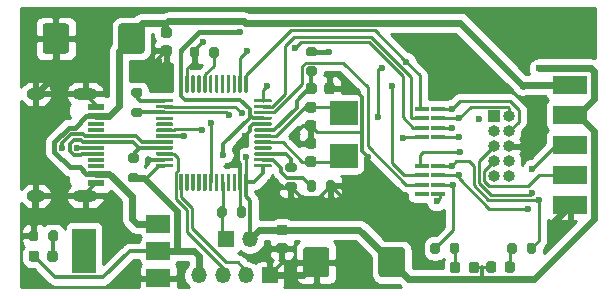
<source format=gbr>
%TF.GenerationSoftware,KiCad,Pcbnew,(5.1.9-0-10_14)*%
%TF.CreationDate,2021-02-21T16:58:23+08:00*%
%TF.ProjectId,stlinkv21_jlinkob,73746c69-6e6b-4763-9231-5f6a6c696e6b,rev?*%
%TF.SameCoordinates,Original*%
%TF.FileFunction,Copper,L1,Top*%
%TF.FilePolarity,Positive*%
%FSLAX46Y46*%
G04 Gerber Fmt 4.6, Leading zero omitted, Abs format (unit mm)*
G04 Created by KiCad (PCBNEW (5.1.9-0-10_14)) date 2021-02-21 16:58:23*
%MOMM*%
%LPD*%
G01*
G04 APERTURE LIST*
%TA.AperFunction,SMDPad,CuDef*%
%ADD10R,1.200000X0.400000*%
%TD*%
%TA.AperFunction,SMDPad,CuDef*%
%ADD11R,2.400000X2.000000*%
%TD*%
%TA.AperFunction,SMDPad,CuDef*%
%ADD12R,2.000000X1.500000*%
%TD*%
%TA.AperFunction,SMDPad,CuDef*%
%ADD13R,2.000000X3.800000*%
%TD*%
%TA.AperFunction,SMDPad,CuDef*%
%ADD14R,2.999994X1.519936*%
%TD*%
%TA.AperFunction,ComponentPad*%
%ADD15O,1.350000X1.350000*%
%TD*%
%TA.AperFunction,ComponentPad*%
%ADD16R,1.350000X1.350000*%
%TD*%
%TA.AperFunction,ComponentPad*%
%ADD17O,1.000000X1.000000*%
%TD*%
%TA.AperFunction,ComponentPad*%
%ADD18R,1.000000X1.000000*%
%TD*%
%TA.AperFunction,SMDPad,CuDef*%
%ADD19R,1.450000X0.600000*%
%TD*%
%TA.AperFunction,SMDPad,CuDef*%
%ADD20R,1.450000X0.300000*%
%TD*%
%TA.AperFunction,ComponentPad*%
%ADD21O,2.100000X1.000000*%
%TD*%
%TA.AperFunction,ComponentPad*%
%ADD22O,1.600000X1.000000*%
%TD*%
%TA.AperFunction,ViaPad*%
%ADD23C,0.600000*%
%TD*%
%TA.AperFunction,Conductor*%
%ADD24C,0.250000*%
%TD*%
%TA.AperFunction,Conductor*%
%ADD25C,0.600000*%
%TD*%
%TA.AperFunction,Conductor*%
%ADD26C,0.300000*%
%TD*%
%TA.AperFunction,Conductor*%
%ADD27C,0.400000*%
%TD*%
%TA.AperFunction,Conductor*%
%ADD28C,0.254000*%
%TD*%
%TA.AperFunction,Conductor*%
%ADD29C,0.100000*%
%TD*%
G04 APERTURE END LIST*
D10*
%TO.P,RN2,5*%
%TO.N,Net-(RN2-Pad5)*%
X136000000Y-91410000D03*
%TO.P,RN2,6*%
%TO.N,GREEN*%
X136000000Y-90610000D03*
%TO.P,RN2,7*%
%TO.N,RXD*%
X136000000Y-89810000D03*
%TO.P,RN2,8*%
%TO.N,TXD*%
X136000000Y-89010000D03*
%TO.P,RN2,4*%
%TO.N,Net-(RN2-Pad4)*%
X134600000Y-91410000D03*
%TO.P,RN2,1*%
%TO.N,PA9*%
X134600000Y-89010000D03*
%TO.P,RN2,3*%
%TO.N,PA0*%
X134600000Y-90610000D03*
%TO.P,RN2,2*%
%TO.N,PA10*%
X134600000Y-89810000D03*
%TD*%
%TO.P,RN1,5*%
%TO.N,SWCLK*%
X136000000Y-86610000D03*
%TO.P,RN1,6*%
%TO.N,SWDIO*%
X136000000Y-85810000D03*
%TO.P,RN1,7*%
%TO.N,RST*%
X136000000Y-85010000D03*
%TO.P,RN1,8*%
%TO.N,SWO*%
X136000000Y-84210000D03*
%TO.P,RN1,4*%
%TO.N,PA2*%
X134600000Y-86610000D03*
%TO.P,RN1,1*%
%TO.N,PA3*%
X134600000Y-84210000D03*
%TO.P,RN1,3*%
%TO.N,PA4*%
X134600000Y-85810000D03*
%TO.P,RN1,2*%
%TO.N,PA1*%
X134600000Y-85010000D03*
%TD*%
%TO.P,C6,2*%
%TO.N,+3V3*%
%TA.AperFunction,SMDPad,CuDef*%
G36*
G01*
X130955000Y-98205001D02*
X130955000Y-96154999D01*
G75*
G02*
X131204999Y-95905000I249999J0D01*
G01*
X132955001Y-95905000D01*
G75*
G02*
X133205000Y-96154999I0J-249999D01*
G01*
X133205000Y-98205001D01*
G75*
G02*
X132955001Y-98455000I-249999J0D01*
G01*
X131204999Y-98455000D01*
G75*
G02*
X130955000Y-98205001I0J249999D01*
G01*
G37*
%TD.AperFunction*%
%TO.P,C6,1*%
%TO.N,GND*%
%TA.AperFunction,SMDPad,CuDef*%
G36*
G01*
X124555000Y-98205001D02*
X124555000Y-96154999D01*
G75*
G02*
X124804999Y-95905000I249999J0D01*
G01*
X126555001Y-95905000D01*
G75*
G02*
X126805000Y-96154999I0J-249999D01*
G01*
X126805000Y-98205001D01*
G75*
G02*
X126555001Y-98455000I-249999J0D01*
G01*
X124804999Y-98455000D01*
G75*
G02*
X124555000Y-98205001I0J249999D01*
G01*
G37*
%TD.AperFunction*%
%TD*%
%TO.P,C4,2*%
%TO.N,VBUS*%
%TA.AperFunction,SMDPad,CuDef*%
G36*
G01*
X108915000Y-79265001D02*
X108915000Y-77214999D01*
G75*
G02*
X109164999Y-76965000I249999J0D01*
G01*
X110915001Y-76965000D01*
G75*
G02*
X111165000Y-77214999I0J-249999D01*
G01*
X111165000Y-79265001D01*
G75*
G02*
X110915001Y-79515000I-249999J0D01*
G01*
X109164999Y-79515000D01*
G75*
G02*
X108915000Y-79265001I0J249999D01*
G01*
G37*
%TD.AperFunction*%
%TO.P,C4,1*%
%TO.N,GND*%
%TA.AperFunction,SMDPad,CuDef*%
G36*
G01*
X102515000Y-79265001D02*
X102515000Y-77214999D01*
G75*
G02*
X102764999Y-76965000I249999J0D01*
G01*
X104515001Y-76965000D01*
G75*
G02*
X104765000Y-77214999I0J-249999D01*
G01*
X104765000Y-79265001D01*
G75*
G02*
X104515001Y-79515000I-249999J0D01*
G01*
X102764999Y-79515000D01*
G75*
G02*
X102515000Y-79265001I0J249999D01*
G01*
G37*
%TD.AperFunction*%
%TD*%
D11*
%TO.P,Y1,2*%
%TO.N,Net-(C2-Pad1)*%
X128016000Y-84510000D03*
%TO.P,Y1,1*%
%TO.N,Net-(C1-Pad1)*%
X128016000Y-88210000D03*
%TD*%
%TO.P,R12,2*%
%TO.N,+3V3*%
%TA.AperFunction,SMDPad,CuDef*%
G36*
G01*
X109945000Y-89615000D02*
X110495000Y-89615000D01*
G75*
G02*
X110695000Y-89815000I0J-200000D01*
G01*
X110695000Y-90215000D01*
G75*
G02*
X110495000Y-90415000I-200000J0D01*
G01*
X109945000Y-90415000D01*
G75*
G02*
X109745000Y-90215000I0J200000D01*
G01*
X109745000Y-89815000D01*
G75*
G02*
X109945000Y-89615000I200000J0D01*
G01*
G37*
%TD.AperFunction*%
%TO.P,R12,1*%
%TO.N,USB_DP*%
%TA.AperFunction,SMDPad,CuDef*%
G36*
G01*
X109945000Y-87965000D02*
X110495000Y-87965000D01*
G75*
G02*
X110695000Y-88165000I0J-200000D01*
G01*
X110695000Y-88565000D01*
G75*
G02*
X110495000Y-88765000I-200000J0D01*
G01*
X109945000Y-88765000D01*
G75*
G02*
X109745000Y-88565000I0J200000D01*
G01*
X109745000Y-88165000D01*
G75*
G02*
X109945000Y-87965000I200000J0D01*
G01*
G37*
%TD.AperFunction*%
%TD*%
%TO.P,R11,2*%
%TO.N,+3V3*%
%TA.AperFunction,SMDPad,CuDef*%
G36*
G01*
X125555000Y-79755000D02*
X125005000Y-79755000D01*
G75*
G02*
X124805000Y-79555000I0J200000D01*
G01*
X124805000Y-79155000D01*
G75*
G02*
X125005000Y-78955000I200000J0D01*
G01*
X125555000Y-78955000D01*
G75*
G02*
X125755000Y-79155000I0J-200000D01*
G01*
X125755000Y-79555000D01*
G75*
G02*
X125555000Y-79755000I-200000J0D01*
G01*
G37*
%TD.AperFunction*%
%TO.P,R11,1*%
%TO.N,Net-(C7-Pad1)*%
%TA.AperFunction,SMDPad,CuDef*%
G36*
G01*
X125555000Y-81405000D02*
X125005000Y-81405000D01*
G75*
G02*
X124805000Y-81205000I0J200000D01*
G01*
X124805000Y-80805000D01*
G75*
G02*
X125005000Y-80605000I200000J0D01*
G01*
X125555000Y-80605000D01*
G75*
G02*
X125755000Y-80805000I0J-200000D01*
G01*
X125755000Y-81205000D01*
G75*
G02*
X125555000Y-81405000I-200000J0D01*
G01*
G37*
%TD.AperFunction*%
%TD*%
%TO.P,R10,2*%
%TO.N,PB14*%
%TA.AperFunction,SMDPad,CuDef*%
G36*
G01*
X110225000Y-84085000D02*
X110775000Y-84085000D01*
G75*
G02*
X110975000Y-84285000I0J-200000D01*
G01*
X110975000Y-84685000D01*
G75*
G02*
X110775000Y-84885000I-200000J0D01*
G01*
X110225000Y-84885000D01*
G75*
G02*
X110025000Y-84685000I0J200000D01*
G01*
X110025000Y-84285000D01*
G75*
G02*
X110225000Y-84085000I200000J0D01*
G01*
G37*
%TD.AperFunction*%
%TO.P,R10,1*%
%TO.N,Net-(R10-Pad1)*%
%TA.AperFunction,SMDPad,CuDef*%
G36*
G01*
X110225000Y-82435000D02*
X110775000Y-82435000D01*
G75*
G02*
X110975000Y-82635000I0J-200000D01*
G01*
X110975000Y-83035000D01*
G75*
G02*
X110775000Y-83235000I-200000J0D01*
G01*
X110225000Y-83235000D01*
G75*
G02*
X110025000Y-83035000I0J200000D01*
G01*
X110025000Y-82635000D01*
G75*
G02*
X110225000Y-82435000I200000J0D01*
G01*
G37*
%TD.AperFunction*%
%TD*%
%TO.P,R9,2*%
%TO.N,GND*%
%TA.AperFunction,SMDPad,CuDef*%
G36*
G01*
X123265000Y-90395000D02*
X123815000Y-90395000D01*
G75*
G02*
X124015000Y-90595000I0J-200000D01*
G01*
X124015000Y-90995000D01*
G75*
G02*
X123815000Y-91195000I-200000J0D01*
G01*
X123265000Y-91195000D01*
G75*
G02*
X123065000Y-90995000I0J200000D01*
G01*
X123065000Y-90595000D01*
G75*
G02*
X123265000Y-90395000I200000J0D01*
G01*
G37*
%TD.AperFunction*%
%TO.P,R9,1*%
%TO.N,Net-(R9-Pad1)*%
%TA.AperFunction,SMDPad,CuDef*%
G36*
G01*
X123265000Y-88745000D02*
X123815000Y-88745000D01*
G75*
G02*
X124015000Y-88945000I0J-200000D01*
G01*
X124015000Y-89345000D01*
G75*
G02*
X123815000Y-89545000I-200000J0D01*
G01*
X123265000Y-89545000D01*
G75*
G02*
X123065000Y-89345000I0J200000D01*
G01*
X123065000Y-88945000D01*
G75*
G02*
X123265000Y-88745000I200000J0D01*
G01*
G37*
%TD.AperFunction*%
%TD*%
%TO.P,R8,2*%
%TO.N,GND*%
%TA.AperFunction,SMDPad,CuDef*%
G36*
G01*
X126525000Y-90995000D02*
X126525000Y-90445000D01*
G75*
G02*
X126725000Y-90245000I200000J0D01*
G01*
X127125000Y-90245000D01*
G75*
G02*
X127325000Y-90445000I0J-200000D01*
G01*
X127325000Y-90995000D01*
G75*
G02*
X127125000Y-91195000I-200000J0D01*
G01*
X126725000Y-91195000D01*
G75*
G02*
X126525000Y-90995000I0J200000D01*
G01*
G37*
%TD.AperFunction*%
%TO.P,R8,1*%
%TO.N,Net-(R8-Pad1)*%
%TA.AperFunction,SMDPad,CuDef*%
G36*
G01*
X124875000Y-90995000D02*
X124875000Y-90445000D01*
G75*
G02*
X125075000Y-90245000I200000J0D01*
G01*
X125475000Y-90245000D01*
G75*
G02*
X125675000Y-90445000I0J-200000D01*
G01*
X125675000Y-90995000D01*
G75*
G02*
X125475000Y-91195000I-200000J0D01*
G01*
X125075000Y-91195000D01*
G75*
G02*
X124875000Y-90995000I0J200000D01*
G01*
G37*
%TD.AperFunction*%
%TD*%
%TO.P,C7,2*%
%TO.N,GND*%
%TA.AperFunction,SMDPad,CuDef*%
G36*
G01*
X126365000Y-82720000D02*
X126365000Y-82220000D01*
G75*
G02*
X126590000Y-81995000I225000J0D01*
G01*
X127040000Y-81995000D01*
G75*
G02*
X127265000Y-82220000I0J-225000D01*
G01*
X127265000Y-82720000D01*
G75*
G02*
X127040000Y-82945000I-225000J0D01*
G01*
X126590000Y-82945000D01*
G75*
G02*
X126365000Y-82720000I0J225000D01*
G01*
G37*
%TD.AperFunction*%
%TO.P,C7,1*%
%TO.N,Net-(C7-Pad1)*%
%TA.AperFunction,SMDPad,CuDef*%
G36*
G01*
X124815000Y-82720000D02*
X124815000Y-82220000D01*
G75*
G02*
X125040000Y-81995000I225000J0D01*
G01*
X125490000Y-81995000D01*
G75*
G02*
X125715000Y-82220000I0J-225000D01*
G01*
X125715000Y-82720000D01*
G75*
G02*
X125490000Y-82945000I-225000J0D01*
G01*
X125040000Y-82945000D01*
G75*
G02*
X124815000Y-82720000I0J225000D01*
G01*
G37*
%TD.AperFunction*%
%TD*%
%TO.P,C5,2*%
%TO.N,+3V3*%
%TA.AperFunction,SMDPad,CuDef*%
G36*
G01*
X123030000Y-94895000D02*
X122530000Y-94895000D01*
G75*
G02*
X122305000Y-94670000I0J225000D01*
G01*
X122305000Y-94220000D01*
G75*
G02*
X122530000Y-93995000I225000J0D01*
G01*
X123030000Y-93995000D01*
G75*
G02*
X123255000Y-94220000I0J-225000D01*
G01*
X123255000Y-94670000D01*
G75*
G02*
X123030000Y-94895000I-225000J0D01*
G01*
G37*
%TD.AperFunction*%
%TO.P,C5,1*%
%TO.N,GND*%
%TA.AperFunction,SMDPad,CuDef*%
G36*
G01*
X123030000Y-96445000D02*
X122530000Y-96445000D01*
G75*
G02*
X122305000Y-96220000I0J225000D01*
G01*
X122305000Y-95770000D01*
G75*
G02*
X122530000Y-95545000I225000J0D01*
G01*
X123030000Y-95545000D01*
G75*
G02*
X123255000Y-95770000I0J-225000D01*
G01*
X123255000Y-96220000D01*
G75*
G02*
X123030000Y-96445000I-225000J0D01*
G01*
G37*
%TD.AperFunction*%
%TD*%
%TO.P,C3,2*%
%TO.N,VBUS*%
%TA.AperFunction,SMDPad,CuDef*%
G36*
G01*
X113240000Y-78175000D02*
X112740000Y-78175000D01*
G75*
G02*
X112515000Y-77950000I0J225000D01*
G01*
X112515000Y-77500000D01*
G75*
G02*
X112740000Y-77275000I225000J0D01*
G01*
X113240000Y-77275000D01*
G75*
G02*
X113465000Y-77500000I0J-225000D01*
G01*
X113465000Y-77950000D01*
G75*
G02*
X113240000Y-78175000I-225000J0D01*
G01*
G37*
%TD.AperFunction*%
%TO.P,C3,1*%
%TO.N,GND*%
%TA.AperFunction,SMDPad,CuDef*%
G36*
G01*
X113240000Y-79725000D02*
X112740000Y-79725000D01*
G75*
G02*
X112515000Y-79500000I0J225000D01*
G01*
X112515000Y-79050000D01*
G75*
G02*
X112740000Y-78825000I225000J0D01*
G01*
X113240000Y-78825000D01*
G75*
G02*
X113465000Y-79050000I0J-225000D01*
G01*
X113465000Y-79500000D01*
G75*
G02*
X113240000Y-79725000I-225000J0D01*
G01*
G37*
%TD.AperFunction*%
%TD*%
%TO.P,C2,2*%
%TO.N,GND*%
%TA.AperFunction,SMDPad,CuDef*%
G36*
G01*
X124972000Y-85161000D02*
X125472000Y-85161000D01*
G75*
G02*
X125697000Y-85386000I0J-225000D01*
G01*
X125697000Y-85836000D01*
G75*
G02*
X125472000Y-86061000I-225000J0D01*
G01*
X124972000Y-86061000D01*
G75*
G02*
X124747000Y-85836000I0J225000D01*
G01*
X124747000Y-85386000D01*
G75*
G02*
X124972000Y-85161000I225000J0D01*
G01*
G37*
%TD.AperFunction*%
%TO.P,C2,1*%
%TO.N,Net-(C2-Pad1)*%
%TA.AperFunction,SMDPad,CuDef*%
G36*
G01*
X124972000Y-83611000D02*
X125472000Y-83611000D01*
G75*
G02*
X125697000Y-83836000I0J-225000D01*
G01*
X125697000Y-84286000D01*
G75*
G02*
X125472000Y-84511000I-225000J0D01*
G01*
X124972000Y-84511000D01*
G75*
G02*
X124747000Y-84286000I0J225000D01*
G01*
X124747000Y-83836000D01*
G75*
G02*
X124972000Y-83611000I225000J0D01*
G01*
G37*
%TD.AperFunction*%
%TD*%
%TO.P,C1,2*%
%TO.N,GND*%
%TA.AperFunction,SMDPad,CuDef*%
G36*
G01*
X125472000Y-87559000D02*
X124972000Y-87559000D01*
G75*
G02*
X124747000Y-87334000I0J225000D01*
G01*
X124747000Y-86884000D01*
G75*
G02*
X124972000Y-86659000I225000J0D01*
G01*
X125472000Y-86659000D01*
G75*
G02*
X125697000Y-86884000I0J-225000D01*
G01*
X125697000Y-87334000D01*
G75*
G02*
X125472000Y-87559000I-225000J0D01*
G01*
G37*
%TD.AperFunction*%
%TO.P,C1,1*%
%TO.N,Net-(C1-Pad1)*%
%TA.AperFunction,SMDPad,CuDef*%
G36*
G01*
X125472000Y-89109000D02*
X124972000Y-89109000D01*
G75*
G02*
X124747000Y-88884000I0J225000D01*
G01*
X124747000Y-88434000D01*
G75*
G02*
X124972000Y-88209000I225000J0D01*
G01*
X125472000Y-88209000D01*
G75*
G02*
X125697000Y-88434000I0J-225000D01*
G01*
X125697000Y-88884000D01*
G75*
G02*
X125472000Y-89109000I-225000J0D01*
G01*
G37*
%TD.AperFunction*%
%TD*%
%TO.P,U1,48*%
%TO.N,+3V3*%
%TA.AperFunction,SMDPad,CuDef*%
G36*
G01*
X119900000Y-89750000D02*
X119900000Y-91075000D01*
G75*
G02*
X119825000Y-91150000I-75000J0D01*
G01*
X119675000Y-91150000D01*
G75*
G02*
X119600000Y-91075000I0J75000D01*
G01*
X119600000Y-89750000D01*
G75*
G02*
X119675000Y-89675000I75000J0D01*
G01*
X119825000Y-89675000D01*
G75*
G02*
X119900000Y-89750000I0J-75000D01*
G01*
G37*
%TD.AperFunction*%
%TO.P,U1,47*%
%TO.N,GND*%
%TA.AperFunction,SMDPad,CuDef*%
G36*
G01*
X119400000Y-89750000D02*
X119400000Y-91075000D01*
G75*
G02*
X119325000Y-91150000I-75000J0D01*
G01*
X119175000Y-91150000D01*
G75*
G02*
X119100000Y-91075000I0J75000D01*
G01*
X119100000Y-89750000D01*
G75*
G02*
X119175000Y-89675000I75000J0D01*
G01*
X119325000Y-89675000D01*
G75*
G02*
X119400000Y-89750000I0J-75000D01*
G01*
G37*
%TD.AperFunction*%
%TO.P,U1,46*%
%TO.N,Net-(U1-Pad46)*%
%TA.AperFunction,SMDPad,CuDef*%
G36*
G01*
X118900000Y-89750000D02*
X118900000Y-91075000D01*
G75*
G02*
X118825000Y-91150000I-75000J0D01*
G01*
X118675000Y-91150000D01*
G75*
G02*
X118600000Y-91075000I0J75000D01*
G01*
X118600000Y-89750000D01*
G75*
G02*
X118675000Y-89675000I75000J0D01*
G01*
X118825000Y-89675000D01*
G75*
G02*
X118900000Y-89750000I0J-75000D01*
G01*
G37*
%TD.AperFunction*%
%TO.P,U1,45*%
%TO.N,Net-(U1-Pad45)*%
%TA.AperFunction,SMDPad,CuDef*%
G36*
G01*
X118400000Y-89750000D02*
X118400000Y-91075000D01*
G75*
G02*
X118325000Y-91150000I-75000J0D01*
G01*
X118175000Y-91150000D01*
G75*
G02*
X118100000Y-91075000I0J75000D01*
G01*
X118100000Y-89750000D01*
G75*
G02*
X118175000Y-89675000I75000J0D01*
G01*
X118325000Y-89675000D01*
G75*
G02*
X118400000Y-89750000I0J-75000D01*
G01*
G37*
%TD.AperFunction*%
%TO.P,U1,44*%
%TO.N,Net-(J2-Pad1)*%
%TA.AperFunction,SMDPad,CuDef*%
G36*
G01*
X117900000Y-89750000D02*
X117900000Y-91075000D01*
G75*
G02*
X117825000Y-91150000I-75000J0D01*
G01*
X117675000Y-91150000D01*
G75*
G02*
X117600000Y-91075000I0J75000D01*
G01*
X117600000Y-89750000D01*
G75*
G02*
X117675000Y-89675000I75000J0D01*
G01*
X117825000Y-89675000D01*
G75*
G02*
X117900000Y-89750000I0J-75000D01*
G01*
G37*
%TD.AperFunction*%
%TO.P,U1,43*%
%TO.N,Net-(U1-Pad43)*%
%TA.AperFunction,SMDPad,CuDef*%
G36*
G01*
X117400000Y-89750000D02*
X117400000Y-91075000D01*
G75*
G02*
X117325000Y-91150000I-75000J0D01*
G01*
X117175000Y-91150000D01*
G75*
G02*
X117100000Y-91075000I0J75000D01*
G01*
X117100000Y-89750000D01*
G75*
G02*
X117175000Y-89675000I75000J0D01*
G01*
X117325000Y-89675000D01*
G75*
G02*
X117400000Y-89750000I0J-75000D01*
G01*
G37*
%TD.AperFunction*%
%TO.P,U1,42*%
%TO.N,PB6*%
%TA.AperFunction,SMDPad,CuDef*%
G36*
G01*
X116900000Y-89750000D02*
X116900000Y-91075000D01*
G75*
G02*
X116825000Y-91150000I-75000J0D01*
G01*
X116675000Y-91150000D01*
G75*
G02*
X116600000Y-91075000I0J75000D01*
G01*
X116600000Y-89750000D01*
G75*
G02*
X116675000Y-89675000I75000J0D01*
G01*
X116825000Y-89675000D01*
G75*
G02*
X116900000Y-89750000I0J-75000D01*
G01*
G37*
%TD.AperFunction*%
%TO.P,U1,41*%
%TO.N,Net-(U1-Pad41)*%
%TA.AperFunction,SMDPad,CuDef*%
G36*
G01*
X116400000Y-89750000D02*
X116400000Y-91075000D01*
G75*
G02*
X116325000Y-91150000I-75000J0D01*
G01*
X116175000Y-91150000D01*
G75*
G02*
X116100000Y-91075000I0J75000D01*
G01*
X116100000Y-89750000D01*
G75*
G02*
X116175000Y-89675000I75000J0D01*
G01*
X116325000Y-89675000D01*
G75*
G02*
X116400000Y-89750000I0J-75000D01*
G01*
G37*
%TD.AperFunction*%
%TO.P,U1,40*%
%TO.N,Net-(U1-Pad40)*%
%TA.AperFunction,SMDPad,CuDef*%
G36*
G01*
X115900000Y-89750000D02*
X115900000Y-91075000D01*
G75*
G02*
X115825000Y-91150000I-75000J0D01*
G01*
X115675000Y-91150000D01*
G75*
G02*
X115600000Y-91075000I0J75000D01*
G01*
X115600000Y-89750000D01*
G75*
G02*
X115675000Y-89675000I75000J0D01*
G01*
X115825000Y-89675000D01*
G75*
G02*
X115900000Y-89750000I0J-75000D01*
G01*
G37*
%TD.AperFunction*%
%TO.P,U1,39*%
%TO.N,Net-(U1-Pad39)*%
%TA.AperFunction,SMDPad,CuDef*%
G36*
G01*
X115400000Y-89750000D02*
X115400000Y-91075000D01*
G75*
G02*
X115325000Y-91150000I-75000J0D01*
G01*
X115175000Y-91150000D01*
G75*
G02*
X115100000Y-91075000I0J75000D01*
G01*
X115100000Y-89750000D01*
G75*
G02*
X115175000Y-89675000I75000J0D01*
G01*
X115325000Y-89675000D01*
G75*
G02*
X115400000Y-89750000I0J-75000D01*
G01*
G37*
%TD.AperFunction*%
%TO.P,U1,38*%
%TO.N,Net-(U1-Pad38)*%
%TA.AperFunction,SMDPad,CuDef*%
G36*
G01*
X114900000Y-89750000D02*
X114900000Y-91075000D01*
G75*
G02*
X114825000Y-91150000I-75000J0D01*
G01*
X114675000Y-91150000D01*
G75*
G02*
X114600000Y-91075000I0J75000D01*
G01*
X114600000Y-89750000D01*
G75*
G02*
X114675000Y-89675000I75000J0D01*
G01*
X114825000Y-89675000D01*
G75*
G02*
X114900000Y-89750000I0J-75000D01*
G01*
G37*
%TD.AperFunction*%
%TO.P,U1,37*%
%TO.N,m_CLK*%
%TA.AperFunction,SMDPad,CuDef*%
G36*
G01*
X114400000Y-89750000D02*
X114400000Y-91075000D01*
G75*
G02*
X114325000Y-91150000I-75000J0D01*
G01*
X114175000Y-91150000D01*
G75*
G02*
X114100000Y-91075000I0J75000D01*
G01*
X114100000Y-89750000D01*
G75*
G02*
X114175000Y-89675000I75000J0D01*
G01*
X114325000Y-89675000D01*
G75*
G02*
X114400000Y-89750000I0J-75000D01*
G01*
G37*
%TD.AperFunction*%
%TO.P,U1,36*%
%TO.N,+3V3*%
%TA.AperFunction,SMDPad,CuDef*%
G36*
G01*
X113575000Y-88925000D02*
X113575000Y-89075000D01*
G75*
G02*
X113500000Y-89150000I-75000J0D01*
G01*
X112175000Y-89150000D01*
G75*
G02*
X112100000Y-89075000I0J75000D01*
G01*
X112100000Y-88925000D01*
G75*
G02*
X112175000Y-88850000I75000J0D01*
G01*
X113500000Y-88850000D01*
G75*
G02*
X113575000Y-88925000I0J-75000D01*
G01*
G37*
%TD.AperFunction*%
%TO.P,U1,35*%
%TO.N,GND*%
%TA.AperFunction,SMDPad,CuDef*%
G36*
G01*
X113575000Y-88425000D02*
X113575000Y-88575000D01*
G75*
G02*
X113500000Y-88650000I-75000J0D01*
G01*
X112175000Y-88650000D01*
G75*
G02*
X112100000Y-88575000I0J75000D01*
G01*
X112100000Y-88425000D01*
G75*
G02*
X112175000Y-88350000I75000J0D01*
G01*
X113500000Y-88350000D01*
G75*
G02*
X113575000Y-88425000I0J-75000D01*
G01*
G37*
%TD.AperFunction*%
%TO.P,U1,34*%
%TO.N,m_DIO*%
%TA.AperFunction,SMDPad,CuDef*%
G36*
G01*
X113575000Y-87925000D02*
X113575000Y-88075000D01*
G75*
G02*
X113500000Y-88150000I-75000J0D01*
G01*
X112175000Y-88150000D01*
G75*
G02*
X112100000Y-88075000I0J75000D01*
G01*
X112100000Y-87925000D01*
G75*
G02*
X112175000Y-87850000I75000J0D01*
G01*
X113500000Y-87850000D01*
G75*
G02*
X113575000Y-87925000I0J-75000D01*
G01*
G37*
%TD.AperFunction*%
%TO.P,U1,33*%
%TO.N,USB_DP*%
%TA.AperFunction,SMDPad,CuDef*%
G36*
G01*
X113575000Y-87425000D02*
X113575000Y-87575000D01*
G75*
G02*
X113500000Y-87650000I-75000J0D01*
G01*
X112175000Y-87650000D01*
G75*
G02*
X112100000Y-87575000I0J75000D01*
G01*
X112100000Y-87425000D01*
G75*
G02*
X112175000Y-87350000I75000J0D01*
G01*
X113500000Y-87350000D01*
G75*
G02*
X113575000Y-87425000I0J-75000D01*
G01*
G37*
%TD.AperFunction*%
%TO.P,U1,32*%
%TO.N,USB_DM*%
%TA.AperFunction,SMDPad,CuDef*%
G36*
G01*
X113575000Y-86925000D02*
X113575000Y-87075000D01*
G75*
G02*
X113500000Y-87150000I-75000J0D01*
G01*
X112175000Y-87150000D01*
G75*
G02*
X112100000Y-87075000I0J75000D01*
G01*
X112100000Y-86925000D01*
G75*
G02*
X112175000Y-86850000I75000J0D01*
G01*
X113500000Y-86850000D01*
G75*
G02*
X113575000Y-86925000I0J-75000D01*
G01*
G37*
%TD.AperFunction*%
%TO.P,U1,31*%
%TO.N,PA10*%
%TA.AperFunction,SMDPad,CuDef*%
G36*
G01*
X113575000Y-86425000D02*
X113575000Y-86575000D01*
G75*
G02*
X113500000Y-86650000I-75000J0D01*
G01*
X112175000Y-86650000D01*
G75*
G02*
X112100000Y-86575000I0J75000D01*
G01*
X112100000Y-86425000D01*
G75*
G02*
X112175000Y-86350000I75000J0D01*
G01*
X113500000Y-86350000D01*
G75*
G02*
X113575000Y-86425000I0J-75000D01*
G01*
G37*
%TD.AperFunction*%
%TO.P,U1,30*%
%TO.N,PA9*%
%TA.AperFunction,SMDPad,CuDef*%
G36*
G01*
X113575000Y-85925000D02*
X113575000Y-86075000D01*
G75*
G02*
X113500000Y-86150000I-75000J0D01*
G01*
X112175000Y-86150000D01*
G75*
G02*
X112100000Y-86075000I0J75000D01*
G01*
X112100000Y-85925000D01*
G75*
G02*
X112175000Y-85850000I75000J0D01*
G01*
X113500000Y-85850000D01*
G75*
G02*
X113575000Y-85925000I0J-75000D01*
G01*
G37*
%TD.AperFunction*%
%TO.P,U1,29*%
%TO.N,Net-(U1-Pad29)*%
%TA.AperFunction,SMDPad,CuDef*%
G36*
G01*
X113575000Y-85425000D02*
X113575000Y-85575000D01*
G75*
G02*
X113500000Y-85650000I-75000J0D01*
G01*
X112175000Y-85650000D01*
G75*
G02*
X112100000Y-85575000I0J75000D01*
G01*
X112100000Y-85425000D01*
G75*
G02*
X112175000Y-85350000I75000J0D01*
G01*
X113500000Y-85350000D01*
G75*
G02*
X113575000Y-85425000I0J-75000D01*
G01*
G37*
%TD.AperFunction*%
%TO.P,U1,28*%
%TO.N,Net-(U1-Pad28)*%
%TA.AperFunction,SMDPad,CuDef*%
G36*
G01*
X113575000Y-84925000D02*
X113575000Y-85075000D01*
G75*
G02*
X113500000Y-85150000I-75000J0D01*
G01*
X112175000Y-85150000D01*
G75*
G02*
X112100000Y-85075000I0J75000D01*
G01*
X112100000Y-84925000D01*
G75*
G02*
X112175000Y-84850000I75000J0D01*
G01*
X113500000Y-84850000D01*
G75*
G02*
X113575000Y-84925000I0J-75000D01*
G01*
G37*
%TD.AperFunction*%
%TO.P,U1,27*%
%TO.N,PB14*%
%TA.AperFunction,SMDPad,CuDef*%
G36*
G01*
X113575000Y-84425000D02*
X113575000Y-84575000D01*
G75*
G02*
X113500000Y-84650000I-75000J0D01*
G01*
X112175000Y-84650000D01*
G75*
G02*
X112100000Y-84575000I0J75000D01*
G01*
X112100000Y-84425000D01*
G75*
G02*
X112175000Y-84350000I75000J0D01*
G01*
X113500000Y-84350000D01*
G75*
G02*
X113575000Y-84425000I0J-75000D01*
G01*
G37*
%TD.AperFunction*%
%TO.P,U1,26*%
%TO.N,PB13*%
%TA.AperFunction,SMDPad,CuDef*%
G36*
G01*
X113575000Y-83925000D02*
X113575000Y-84075000D01*
G75*
G02*
X113500000Y-84150000I-75000J0D01*
G01*
X112175000Y-84150000D01*
G75*
G02*
X112100000Y-84075000I0J75000D01*
G01*
X112100000Y-83925000D01*
G75*
G02*
X112175000Y-83850000I75000J0D01*
G01*
X113500000Y-83850000D01*
G75*
G02*
X113575000Y-83925000I0J-75000D01*
G01*
G37*
%TD.AperFunction*%
%TO.P,U1,25*%
%TO.N,Net-(R10-Pad1)*%
%TA.AperFunction,SMDPad,CuDef*%
G36*
G01*
X113575000Y-83425000D02*
X113575000Y-83575000D01*
G75*
G02*
X113500000Y-83650000I-75000J0D01*
G01*
X112175000Y-83650000D01*
G75*
G02*
X112100000Y-83575000I0J75000D01*
G01*
X112100000Y-83425000D01*
G75*
G02*
X112175000Y-83350000I75000J0D01*
G01*
X113500000Y-83350000D01*
G75*
G02*
X113575000Y-83425000I0J-75000D01*
G01*
G37*
%TD.AperFunction*%
%TO.P,U1,24*%
%TO.N,+3V3*%
%TA.AperFunction,SMDPad,CuDef*%
G36*
G01*
X114400000Y-81425000D02*
X114400000Y-82750000D01*
G75*
G02*
X114325000Y-82825000I-75000J0D01*
G01*
X114175000Y-82825000D01*
G75*
G02*
X114100000Y-82750000I0J75000D01*
G01*
X114100000Y-81425000D01*
G75*
G02*
X114175000Y-81350000I75000J0D01*
G01*
X114325000Y-81350000D01*
G75*
G02*
X114400000Y-81425000I0J-75000D01*
G01*
G37*
%TD.AperFunction*%
%TO.P,U1,23*%
%TO.N,GND*%
%TA.AperFunction,SMDPad,CuDef*%
G36*
G01*
X114900000Y-81425000D02*
X114900000Y-82750000D01*
G75*
G02*
X114825000Y-82825000I-75000J0D01*
G01*
X114675000Y-82825000D01*
G75*
G02*
X114600000Y-82750000I0J75000D01*
G01*
X114600000Y-81425000D01*
G75*
G02*
X114675000Y-81350000I75000J0D01*
G01*
X114825000Y-81350000D01*
G75*
G02*
X114900000Y-81425000I0J-75000D01*
G01*
G37*
%TD.AperFunction*%
%TO.P,U1,22*%
%TO.N,Net-(U1-Pad22)*%
%TA.AperFunction,SMDPad,CuDef*%
G36*
G01*
X115400000Y-81425000D02*
X115400000Y-82750000D01*
G75*
G02*
X115325000Y-82825000I-75000J0D01*
G01*
X115175000Y-82825000D01*
G75*
G02*
X115100000Y-82750000I0J75000D01*
G01*
X115100000Y-81425000D01*
G75*
G02*
X115175000Y-81350000I75000J0D01*
G01*
X115325000Y-81350000D01*
G75*
G02*
X115400000Y-81425000I0J-75000D01*
G01*
G37*
%TD.AperFunction*%
%TO.P,U1,21*%
%TO.N,Net-(U1-Pad21)*%
%TA.AperFunction,SMDPad,CuDef*%
G36*
G01*
X115900000Y-81425000D02*
X115900000Y-82750000D01*
G75*
G02*
X115825000Y-82825000I-75000J0D01*
G01*
X115675000Y-82825000D01*
G75*
G02*
X115600000Y-82750000I0J75000D01*
G01*
X115600000Y-81425000D01*
G75*
G02*
X115675000Y-81350000I75000J0D01*
G01*
X115825000Y-81350000D01*
G75*
G02*
X115900000Y-81425000I0J-75000D01*
G01*
G37*
%TD.AperFunction*%
%TO.P,U1,20*%
%TO.N,Net-(R2-Pad1)*%
%TA.AperFunction,SMDPad,CuDef*%
G36*
G01*
X116400000Y-81425000D02*
X116400000Y-82750000D01*
G75*
G02*
X116325000Y-82825000I-75000J0D01*
G01*
X116175000Y-82825000D01*
G75*
G02*
X116100000Y-82750000I0J75000D01*
G01*
X116100000Y-81425000D01*
G75*
G02*
X116175000Y-81350000I75000J0D01*
G01*
X116325000Y-81350000D01*
G75*
G02*
X116400000Y-81425000I0J-75000D01*
G01*
G37*
%TD.AperFunction*%
%TO.P,U1,19*%
%TO.N,Net-(U1-Pad19)*%
%TA.AperFunction,SMDPad,CuDef*%
G36*
G01*
X116900000Y-81425000D02*
X116900000Y-82750000D01*
G75*
G02*
X116825000Y-82825000I-75000J0D01*
G01*
X116675000Y-82825000D01*
G75*
G02*
X116600000Y-82750000I0J75000D01*
G01*
X116600000Y-81425000D01*
G75*
G02*
X116675000Y-81350000I75000J0D01*
G01*
X116825000Y-81350000D01*
G75*
G02*
X116900000Y-81425000I0J-75000D01*
G01*
G37*
%TD.AperFunction*%
%TO.P,U1,18*%
%TO.N,Net-(U1-Pad18)*%
%TA.AperFunction,SMDPad,CuDef*%
G36*
G01*
X117400000Y-81425000D02*
X117400000Y-82750000D01*
G75*
G02*
X117325000Y-82825000I-75000J0D01*
G01*
X117175000Y-82825000D01*
G75*
G02*
X117100000Y-82750000I0J75000D01*
G01*
X117100000Y-81425000D01*
G75*
G02*
X117175000Y-81350000I75000J0D01*
G01*
X117325000Y-81350000D01*
G75*
G02*
X117400000Y-81425000I0J-75000D01*
G01*
G37*
%TD.AperFunction*%
%TO.P,U1,17*%
%TO.N,Net-(U1-Pad17)*%
%TA.AperFunction,SMDPad,CuDef*%
G36*
G01*
X117900000Y-81425000D02*
X117900000Y-82750000D01*
G75*
G02*
X117825000Y-82825000I-75000J0D01*
G01*
X117675000Y-82825000D01*
G75*
G02*
X117600000Y-82750000I0J75000D01*
G01*
X117600000Y-81425000D01*
G75*
G02*
X117675000Y-81350000I75000J0D01*
G01*
X117825000Y-81350000D01*
G75*
G02*
X117900000Y-81425000I0J-75000D01*
G01*
G37*
%TD.AperFunction*%
%TO.P,U1,16*%
%TO.N,Net-(U1-Pad16)*%
%TA.AperFunction,SMDPad,CuDef*%
G36*
G01*
X118400000Y-81425000D02*
X118400000Y-82750000D01*
G75*
G02*
X118325000Y-82825000I-75000J0D01*
G01*
X118175000Y-82825000D01*
G75*
G02*
X118100000Y-82750000I0J75000D01*
G01*
X118100000Y-81425000D01*
G75*
G02*
X118175000Y-81350000I75000J0D01*
G01*
X118325000Y-81350000D01*
G75*
G02*
X118400000Y-81425000I0J-75000D01*
G01*
G37*
%TD.AperFunction*%
%TO.P,U1,15*%
%TO.N,Net-(U1-Pad15)*%
%TA.AperFunction,SMDPad,CuDef*%
G36*
G01*
X118900000Y-81425000D02*
X118900000Y-82750000D01*
G75*
G02*
X118825000Y-82825000I-75000J0D01*
G01*
X118675000Y-82825000D01*
G75*
G02*
X118600000Y-82750000I0J75000D01*
G01*
X118600000Y-81425000D01*
G75*
G02*
X118675000Y-81350000I75000J0D01*
G01*
X118825000Y-81350000D01*
G75*
G02*
X118900000Y-81425000I0J-75000D01*
G01*
G37*
%TD.AperFunction*%
%TO.P,U1,14*%
%TO.N,PA4*%
%TA.AperFunction,SMDPad,CuDef*%
G36*
G01*
X119400000Y-81425000D02*
X119400000Y-82750000D01*
G75*
G02*
X119325000Y-82825000I-75000J0D01*
G01*
X119175000Y-82825000D01*
G75*
G02*
X119100000Y-82750000I0J75000D01*
G01*
X119100000Y-81425000D01*
G75*
G02*
X119175000Y-81350000I75000J0D01*
G01*
X119325000Y-81350000D01*
G75*
G02*
X119400000Y-81425000I0J-75000D01*
G01*
G37*
%TD.AperFunction*%
%TO.P,U1,13*%
%TO.N,PA3*%
%TA.AperFunction,SMDPad,CuDef*%
G36*
G01*
X119900000Y-81425000D02*
X119900000Y-82750000D01*
G75*
G02*
X119825000Y-82825000I-75000J0D01*
G01*
X119675000Y-82825000D01*
G75*
G02*
X119600000Y-82750000I0J75000D01*
G01*
X119600000Y-81425000D01*
G75*
G02*
X119675000Y-81350000I75000J0D01*
G01*
X119825000Y-81350000D01*
G75*
G02*
X119900000Y-81425000I0J-75000D01*
G01*
G37*
%TD.AperFunction*%
%TO.P,U1,12*%
%TO.N,PA2*%
%TA.AperFunction,SMDPad,CuDef*%
G36*
G01*
X121900000Y-83425000D02*
X121900000Y-83575000D01*
G75*
G02*
X121825000Y-83650000I-75000J0D01*
G01*
X120500000Y-83650000D01*
G75*
G02*
X120425000Y-83575000I0J75000D01*
G01*
X120425000Y-83425000D01*
G75*
G02*
X120500000Y-83350000I75000J0D01*
G01*
X121825000Y-83350000D01*
G75*
G02*
X121900000Y-83425000I0J-75000D01*
G01*
G37*
%TD.AperFunction*%
%TO.P,U1,11*%
%TO.N,PA1*%
%TA.AperFunction,SMDPad,CuDef*%
G36*
G01*
X121900000Y-83925000D02*
X121900000Y-84075000D01*
G75*
G02*
X121825000Y-84150000I-75000J0D01*
G01*
X120500000Y-84150000D01*
G75*
G02*
X120425000Y-84075000I0J75000D01*
G01*
X120425000Y-83925000D01*
G75*
G02*
X120500000Y-83850000I75000J0D01*
G01*
X121825000Y-83850000D01*
G75*
G02*
X121900000Y-83925000I0J-75000D01*
G01*
G37*
%TD.AperFunction*%
%TO.P,U1,10*%
%TO.N,PA0*%
%TA.AperFunction,SMDPad,CuDef*%
G36*
G01*
X121900000Y-84425000D02*
X121900000Y-84575000D01*
G75*
G02*
X121825000Y-84650000I-75000J0D01*
G01*
X120500000Y-84650000D01*
G75*
G02*
X120425000Y-84575000I0J75000D01*
G01*
X120425000Y-84425000D01*
G75*
G02*
X120500000Y-84350000I75000J0D01*
G01*
X121825000Y-84350000D01*
G75*
G02*
X121900000Y-84425000I0J-75000D01*
G01*
G37*
%TD.AperFunction*%
%TO.P,U1,9*%
%TO.N,+3V3*%
%TA.AperFunction,SMDPad,CuDef*%
G36*
G01*
X121900000Y-84925000D02*
X121900000Y-85075000D01*
G75*
G02*
X121825000Y-85150000I-75000J0D01*
G01*
X120500000Y-85150000D01*
G75*
G02*
X120425000Y-85075000I0J75000D01*
G01*
X120425000Y-84925000D01*
G75*
G02*
X120500000Y-84850000I75000J0D01*
G01*
X121825000Y-84850000D01*
G75*
G02*
X121900000Y-84925000I0J-75000D01*
G01*
G37*
%TD.AperFunction*%
%TO.P,U1,8*%
%TO.N,GND*%
%TA.AperFunction,SMDPad,CuDef*%
G36*
G01*
X121900000Y-85425000D02*
X121900000Y-85575000D01*
G75*
G02*
X121825000Y-85650000I-75000J0D01*
G01*
X120500000Y-85650000D01*
G75*
G02*
X120425000Y-85575000I0J75000D01*
G01*
X120425000Y-85425000D01*
G75*
G02*
X120500000Y-85350000I75000J0D01*
G01*
X121825000Y-85350000D01*
G75*
G02*
X121900000Y-85425000I0J-75000D01*
G01*
G37*
%TD.AperFunction*%
%TO.P,U1,7*%
%TO.N,Net-(C7-Pad1)*%
%TA.AperFunction,SMDPad,CuDef*%
G36*
G01*
X121900000Y-85925000D02*
X121900000Y-86075000D01*
G75*
G02*
X121825000Y-86150000I-75000J0D01*
G01*
X120500000Y-86150000D01*
G75*
G02*
X120425000Y-86075000I0J75000D01*
G01*
X120425000Y-85925000D01*
G75*
G02*
X120500000Y-85850000I75000J0D01*
G01*
X121825000Y-85850000D01*
G75*
G02*
X121900000Y-85925000I0J-75000D01*
G01*
G37*
%TD.AperFunction*%
%TO.P,U1,6*%
%TO.N,Net-(C2-Pad1)*%
%TA.AperFunction,SMDPad,CuDef*%
G36*
G01*
X121900000Y-86425000D02*
X121900000Y-86575000D01*
G75*
G02*
X121825000Y-86650000I-75000J0D01*
G01*
X120500000Y-86650000D01*
G75*
G02*
X120425000Y-86575000I0J75000D01*
G01*
X120425000Y-86425000D01*
G75*
G02*
X120500000Y-86350000I75000J0D01*
G01*
X121825000Y-86350000D01*
G75*
G02*
X121900000Y-86425000I0J-75000D01*
G01*
G37*
%TD.AperFunction*%
%TO.P,U1,5*%
%TO.N,Net-(C1-Pad1)*%
%TA.AperFunction,SMDPad,CuDef*%
G36*
G01*
X121900000Y-86925000D02*
X121900000Y-87075000D01*
G75*
G02*
X121825000Y-87150000I-75000J0D01*
G01*
X120500000Y-87150000D01*
G75*
G02*
X120425000Y-87075000I0J75000D01*
G01*
X120425000Y-86925000D01*
G75*
G02*
X120500000Y-86850000I75000J0D01*
G01*
X121825000Y-86850000D01*
G75*
G02*
X121900000Y-86925000I0J-75000D01*
G01*
G37*
%TD.AperFunction*%
%TO.P,U1,4*%
%TO.N,Net-(U1-Pad4)*%
%TA.AperFunction,SMDPad,CuDef*%
G36*
G01*
X121900000Y-87425000D02*
X121900000Y-87575000D01*
G75*
G02*
X121825000Y-87650000I-75000J0D01*
G01*
X120500000Y-87650000D01*
G75*
G02*
X120425000Y-87575000I0J75000D01*
G01*
X120425000Y-87425000D01*
G75*
G02*
X120500000Y-87350000I75000J0D01*
G01*
X121825000Y-87350000D01*
G75*
G02*
X121900000Y-87425000I0J-75000D01*
G01*
G37*
%TD.AperFunction*%
%TO.P,U1,3*%
%TO.N,Net-(R9-Pad1)*%
%TA.AperFunction,SMDPad,CuDef*%
G36*
G01*
X121900000Y-87925000D02*
X121900000Y-88075000D01*
G75*
G02*
X121825000Y-88150000I-75000J0D01*
G01*
X120500000Y-88150000D01*
G75*
G02*
X120425000Y-88075000I0J75000D01*
G01*
X120425000Y-87925000D01*
G75*
G02*
X120500000Y-87850000I75000J0D01*
G01*
X121825000Y-87850000D01*
G75*
G02*
X121900000Y-87925000I0J-75000D01*
G01*
G37*
%TD.AperFunction*%
%TO.P,U1,2*%
%TO.N,Net-(R8-Pad1)*%
%TA.AperFunction,SMDPad,CuDef*%
G36*
G01*
X121900000Y-88425000D02*
X121900000Y-88575000D01*
G75*
G02*
X121825000Y-88650000I-75000J0D01*
G01*
X120500000Y-88650000D01*
G75*
G02*
X120425000Y-88575000I0J75000D01*
G01*
X120425000Y-88425000D01*
G75*
G02*
X120500000Y-88350000I75000J0D01*
G01*
X121825000Y-88350000D01*
G75*
G02*
X121900000Y-88425000I0J-75000D01*
G01*
G37*
%TD.AperFunction*%
%TO.P,U1,1*%
%TO.N,+3V3*%
%TA.AperFunction,SMDPad,CuDef*%
G36*
G01*
X121900000Y-88925000D02*
X121900000Y-89075000D01*
G75*
G02*
X121825000Y-89150000I-75000J0D01*
G01*
X120500000Y-89150000D01*
G75*
G02*
X120425000Y-89075000I0J75000D01*
G01*
X120425000Y-88925000D01*
G75*
G02*
X120500000Y-88850000I75000J0D01*
G01*
X121825000Y-88850000D01*
G75*
G02*
X121900000Y-88925000I0J-75000D01*
G01*
G37*
%TD.AperFunction*%
%TD*%
%TO.P,R5,2*%
%TO.N,Net-(D3-Pad1)*%
%TA.AperFunction,SMDPad,CuDef*%
G36*
G01*
X103015000Y-95225000D02*
X103015000Y-94675000D01*
G75*
G02*
X103215000Y-94475000I200000J0D01*
G01*
X103615000Y-94475000D01*
G75*
G02*
X103815000Y-94675000I0J-200000D01*
G01*
X103815000Y-95225000D01*
G75*
G02*
X103615000Y-95425000I-200000J0D01*
G01*
X103215000Y-95425000D01*
G75*
G02*
X103015000Y-95225000I0J200000D01*
G01*
G37*
%TD.AperFunction*%
%TO.P,R5,1*%
%TO.N,GND*%
%TA.AperFunction,SMDPad,CuDef*%
G36*
G01*
X101365000Y-95225000D02*
X101365000Y-94675000D01*
G75*
G02*
X101565000Y-94475000I200000J0D01*
G01*
X101965000Y-94475000D01*
G75*
G02*
X102165000Y-94675000I0J-200000D01*
G01*
X102165000Y-95225000D01*
G75*
G02*
X101965000Y-95425000I-200000J0D01*
G01*
X101565000Y-95425000D01*
G75*
G02*
X101365000Y-95225000I0J200000D01*
G01*
G37*
%TD.AperFunction*%
%TD*%
%TO.P,R4,2*%
%TO.N,Net-(D2-Pad1)*%
%TA.AperFunction,SMDPad,CuDef*%
G36*
G01*
X136995000Y-96285000D02*
X136995000Y-95735000D01*
G75*
G02*
X137195000Y-95535000I200000J0D01*
G01*
X137595000Y-95535000D01*
G75*
G02*
X137795000Y-95735000I0J-200000D01*
G01*
X137795000Y-96285000D01*
G75*
G02*
X137595000Y-96485000I-200000J0D01*
G01*
X137195000Y-96485000D01*
G75*
G02*
X136995000Y-96285000I0J200000D01*
G01*
G37*
%TD.AperFunction*%
%TO.P,R4,1*%
%TO.N,GREEN*%
%TA.AperFunction,SMDPad,CuDef*%
G36*
G01*
X135345000Y-96285000D02*
X135345000Y-95735000D01*
G75*
G02*
X135545000Y-95535000I200000J0D01*
G01*
X135945000Y-95535000D01*
G75*
G02*
X136145000Y-95735000I0J-200000D01*
G01*
X136145000Y-96285000D01*
G75*
G02*
X135945000Y-96485000I-200000J0D01*
G01*
X135545000Y-96485000D01*
G75*
G02*
X135345000Y-96285000I0J200000D01*
G01*
G37*
%TD.AperFunction*%
%TD*%
%TO.P,R3,2*%
%TO.N,Net-(D1-Pad1)*%
%TA.AperFunction,SMDPad,CuDef*%
G36*
G01*
X142655000Y-95735000D02*
X142655000Y-96285000D01*
G75*
G02*
X142455000Y-96485000I-200000J0D01*
G01*
X142055000Y-96485000D01*
G75*
G02*
X141855000Y-96285000I0J200000D01*
G01*
X141855000Y-95735000D01*
G75*
G02*
X142055000Y-95535000I200000J0D01*
G01*
X142455000Y-95535000D01*
G75*
G02*
X142655000Y-95735000I0J-200000D01*
G01*
G37*
%TD.AperFunction*%
%TO.P,R3,1*%
%TO.N,TXD*%
%TA.AperFunction,SMDPad,CuDef*%
G36*
G01*
X144305000Y-95735000D02*
X144305000Y-96285000D01*
G75*
G02*
X144105000Y-96485000I-200000J0D01*
G01*
X143705000Y-96485000D01*
G75*
G02*
X143505000Y-96285000I0J200000D01*
G01*
X143505000Y-95735000D01*
G75*
G02*
X143705000Y-95535000I200000J0D01*
G01*
X144105000Y-95535000D01*
G75*
G02*
X144305000Y-95735000I0J-200000D01*
G01*
G37*
%TD.AperFunction*%
%TD*%
%TO.P,D3,2*%
%TO.N,+3V3*%
%TA.AperFunction,SMDPad,CuDef*%
G36*
G01*
X102220000Y-96413750D02*
X102220000Y-96926250D01*
G75*
G02*
X102001250Y-97145000I-218750J0D01*
G01*
X101563750Y-97145000D01*
G75*
G02*
X101345000Y-96926250I0J218750D01*
G01*
X101345000Y-96413750D01*
G75*
G02*
X101563750Y-96195000I218750J0D01*
G01*
X102001250Y-96195000D01*
G75*
G02*
X102220000Y-96413750I0J-218750D01*
G01*
G37*
%TD.AperFunction*%
%TO.P,D3,1*%
%TO.N,Net-(D3-Pad1)*%
%TA.AperFunction,SMDPad,CuDef*%
G36*
G01*
X103795000Y-96413750D02*
X103795000Y-96926250D01*
G75*
G02*
X103576250Y-97145000I-218750J0D01*
G01*
X103138750Y-97145000D01*
G75*
G02*
X102920000Y-96926250I0J218750D01*
G01*
X102920000Y-96413750D01*
G75*
G02*
X103138750Y-96195000I218750J0D01*
G01*
X103576250Y-96195000D01*
G75*
G02*
X103795000Y-96413750I0J-218750D01*
G01*
G37*
%TD.AperFunction*%
%TD*%
%TO.P,D2,2*%
%TO.N,+3V3*%
%TA.AperFunction,SMDPad,CuDef*%
G36*
G01*
X138590000Y-97876250D02*
X138590000Y-97363750D01*
G75*
G02*
X138808750Y-97145000I218750J0D01*
G01*
X139246250Y-97145000D01*
G75*
G02*
X139465000Y-97363750I0J-218750D01*
G01*
X139465000Y-97876250D01*
G75*
G02*
X139246250Y-98095000I-218750J0D01*
G01*
X138808750Y-98095000D01*
G75*
G02*
X138590000Y-97876250I0J218750D01*
G01*
G37*
%TD.AperFunction*%
%TO.P,D2,1*%
%TO.N,Net-(D2-Pad1)*%
%TA.AperFunction,SMDPad,CuDef*%
G36*
G01*
X137015000Y-97876250D02*
X137015000Y-97363750D01*
G75*
G02*
X137233750Y-97145000I218750J0D01*
G01*
X137671250Y-97145000D01*
G75*
G02*
X137890000Y-97363750I0J-218750D01*
G01*
X137890000Y-97876250D01*
G75*
G02*
X137671250Y-98095000I-218750J0D01*
G01*
X137233750Y-98095000D01*
G75*
G02*
X137015000Y-97876250I0J218750D01*
G01*
G37*
%TD.AperFunction*%
%TD*%
%TO.P,D1,2*%
%TO.N,+3V3*%
%TA.AperFunction,SMDPad,CuDef*%
G36*
G01*
X140930000Y-97333750D02*
X140930000Y-97846250D01*
G75*
G02*
X140711250Y-98065000I-218750J0D01*
G01*
X140273750Y-98065000D01*
G75*
G02*
X140055000Y-97846250I0J218750D01*
G01*
X140055000Y-97333750D01*
G75*
G02*
X140273750Y-97115000I218750J0D01*
G01*
X140711250Y-97115000D01*
G75*
G02*
X140930000Y-97333750I0J-218750D01*
G01*
G37*
%TD.AperFunction*%
%TO.P,D1,1*%
%TO.N,Net-(D1-Pad1)*%
%TA.AperFunction,SMDPad,CuDef*%
G36*
G01*
X142505000Y-97333750D02*
X142505000Y-97846250D01*
G75*
G02*
X142286250Y-98065000I-218750J0D01*
G01*
X141848750Y-98065000D01*
G75*
G02*
X141630000Y-97846250I0J218750D01*
G01*
X141630000Y-97333750D01*
G75*
G02*
X141848750Y-97115000I218750J0D01*
G01*
X142286250Y-97115000D01*
G75*
G02*
X142505000Y-97333750I0J-218750D01*
G01*
G37*
%TD.AperFunction*%
%TD*%
D12*
%TO.P,U3,1*%
%TO.N,GND*%
X112330000Y-98520000D03*
%TO.P,U3,3*%
%TO.N,VBUS*%
X112330000Y-93920000D03*
%TO.P,U3,2*%
%TO.N,+3V3*%
X112330000Y-96220000D03*
D13*
%TO.P,U3,4*%
%TO.N,N/C*%
X106030000Y-96220000D03*
%TD*%
D14*
%TO.P,J4,1*%
%TO.N,VBUS*%
X147199394Y-82169746D03*
%TO.P,J4,3*%
%TO.N,+3V3*%
X147199394Y-84709746D03*
%TO.P,J4,5*%
%TO.N,SWDIO*%
X147199394Y-87249746D03*
%TO.P,J4,7*%
%TO.N,SWCLK*%
X147199394Y-89789746D03*
%TO.P,J4,9*%
%TO.N,GND*%
X147199394Y-92329746D03*
%TD*%
D15*
%TO.P,J3,4*%
%TO.N,+3V3*%
X115750000Y-98300000D03*
%TO.P,J3,3*%
%TO.N,m_DIO*%
X117750000Y-98300000D03*
%TO.P,J3,2*%
%TO.N,m_CLK*%
X119750000Y-98300000D03*
D16*
%TO.P,J3,1*%
%TO.N,GND*%
X121750000Y-98300000D03*
%TD*%
D17*
%TO.P,CON1,9*%
%TO.N,GND*%
X140735000Y-89910000D03*
%TO.P,CON1,10*%
%TO.N,RXD*%
X142005000Y-89910000D03*
%TO.P,CON1,7*%
%TO.N,SWCLK*%
X140735000Y-88640000D03*
%TO.P,CON1,8*%
%TO.N,TXD*%
X142005000Y-88640000D03*
%TO.P,CON1,5*%
%TO.N,SWDIO*%
X140735000Y-87370000D03*
%TO.P,CON1,6*%
%TO.N,GND*%
X142005000Y-87370000D03*
%TO.P,CON1,3*%
%TO.N,+3V3*%
X140735000Y-86100000D03*
%TO.P,CON1,4*%
%TO.N,SWO*%
X142005000Y-86100000D03*
%TO.P,CON1,2*%
%TO.N,RST*%
X142005000Y-84830000D03*
D18*
%TO.P,CON1,1*%
%TO.N,VBUS*%
X140735000Y-84830000D03*
%TD*%
%TO.P,R2,2*%
%TO.N,GND*%
%TA.AperFunction,SMDPad,CuDef*%
G36*
G01*
X115785000Y-79125000D02*
X115785000Y-79675000D01*
G75*
G02*
X115585000Y-79875000I-200000J0D01*
G01*
X115185000Y-79875000D01*
G75*
G02*
X114985000Y-79675000I0J200000D01*
G01*
X114985000Y-79125000D01*
G75*
G02*
X115185000Y-78925000I200000J0D01*
G01*
X115585000Y-78925000D01*
G75*
G02*
X115785000Y-79125000I0J-200000D01*
G01*
G37*
%TD.AperFunction*%
%TO.P,R2,1*%
%TO.N,Net-(R2-Pad1)*%
%TA.AperFunction,SMDPad,CuDef*%
G36*
G01*
X117435000Y-79125000D02*
X117435000Y-79675000D01*
G75*
G02*
X117235000Y-79875000I-200000J0D01*
G01*
X116835000Y-79875000D01*
G75*
G02*
X116635000Y-79675000I0J200000D01*
G01*
X116635000Y-79125000D01*
G75*
G02*
X116835000Y-78925000I200000J0D01*
G01*
X117235000Y-78925000D01*
G75*
G02*
X117435000Y-79125000I0J-200000D01*
G01*
G37*
%TD.AperFunction*%
%TD*%
%TO.P,R1,2*%
%TO.N,GND*%
%TA.AperFunction,SMDPad,CuDef*%
G36*
G01*
X118955000Y-93205000D02*
X118955000Y-92655000D01*
G75*
G02*
X119155000Y-92455000I200000J0D01*
G01*
X119555000Y-92455000D01*
G75*
G02*
X119755000Y-92655000I0J-200000D01*
G01*
X119755000Y-93205000D01*
G75*
G02*
X119555000Y-93405000I-200000J0D01*
G01*
X119155000Y-93405000D01*
G75*
G02*
X118955000Y-93205000I0J200000D01*
G01*
G37*
%TD.AperFunction*%
%TO.P,R1,1*%
%TO.N,Net-(J2-Pad1)*%
%TA.AperFunction,SMDPad,CuDef*%
G36*
G01*
X117305000Y-93205000D02*
X117305000Y-92655000D01*
G75*
G02*
X117505000Y-92455000I200000J0D01*
G01*
X117905000Y-92455000D01*
G75*
G02*
X118105000Y-92655000I0J-200000D01*
G01*
X118105000Y-93205000D01*
G75*
G02*
X117905000Y-93405000I-200000J0D01*
G01*
X117505000Y-93405000D01*
G75*
G02*
X117305000Y-93205000I0J200000D01*
G01*
G37*
%TD.AperFunction*%
%TD*%
D15*
%TO.P,J2,2*%
%TO.N,+3V3*%
X120070000Y-95230000D03*
D16*
%TO.P,J2,1*%
%TO.N,Net-(J2-Pad1)*%
X118070000Y-95230000D03*
%TD*%
D19*
%TO.P,J1,B1*%
%TO.N,GND*%
X107045000Y-90500000D03*
%TO.P,J1,A9*%
%TO.N,VBUS*%
X107045000Y-89700000D03*
%TO.P,J1,B9*%
X107045000Y-84800000D03*
%TO.P,J1,B12*%
%TO.N,GND*%
X107045000Y-84000000D03*
%TO.P,J1,A1*%
X107045000Y-84000000D03*
%TO.P,J1,A4*%
%TO.N,VBUS*%
X107045000Y-84800000D03*
%TO.P,J1,B4*%
X107045000Y-89700000D03*
%TO.P,J1,A12*%
%TO.N,GND*%
X107045000Y-90500000D03*
D20*
%TO.P,J1,B8*%
%TO.N,Net-(J1-PadB8)*%
X107045000Y-85500000D03*
%TO.P,J1,A5*%
%TO.N,Net-(J1-PadA5)*%
X107045000Y-86000000D03*
%TO.P,J1,B7*%
%TO.N,USB_DM*%
X107045000Y-86500000D03*
%TO.P,J1,A7*%
X107045000Y-87500000D03*
%TO.P,J1,B6*%
%TO.N,USB_DP*%
X107045000Y-88000000D03*
%TO.P,J1,A8*%
%TO.N,Net-(J1-PadA8)*%
X107045000Y-88500000D03*
%TO.P,J1,B5*%
%TO.N,Net-(J1-PadB5)*%
X107045000Y-89000000D03*
%TO.P,J1,A6*%
%TO.N,USB_DP*%
X107045000Y-87000000D03*
D21*
%TO.P,J1,S1*%
%TO.N,GND*%
X106130000Y-91570000D03*
X106130000Y-82930000D03*
D22*
X101950000Y-82930000D03*
X101950000Y-91570000D03*
%TD*%
D23*
%TO.N,GND*%
X145542000Y-94234000D03*
X123594669Y-86545331D03*
X119629153Y-86514331D03*
X111400000Y-88630000D03*
X118244214Y-89015181D03*
X110240000Y-98350000D03*
X128400000Y-92610000D03*
X130900000Y-89840000D03*
X116056415Y-78536415D03*
X130070880Y-88254779D03*
X112370000Y-80120000D03*
%TO.N,VBUS*%
X143160000Y-82240000D03*
%TO.N,USB_DM*%
X105460000Y-87480000D03*
X104159999Y-87480437D03*
%TO.N,+3V3*%
X139446000Y-85090000D03*
X144526000Y-80772000D03*
X126780000Y-79410000D03*
X119770000Y-88260000D03*
X117830000Y-88105000D03*
X119200000Y-77680000D03*
%TO.N,RXD*%
X137767451Y-89814359D03*
X143592205Y-92635011D03*
%TO.N,TXD*%
X137160000Y-89020000D03*
X144525999Y-91910011D03*
%TO.N,SWDIO*%
X137161623Y-85811217D03*
X143978297Y-91285011D03*
X143980000Y-89265000D03*
%TO.N,SWO*%
X137160000Y-84210000D03*
%TO.N,SWCLK*%
X137760973Y-86611707D03*
%TO.N,RST*%
X137760001Y-85010002D03*
%TO.N,GREEN*%
X137265882Y-90679478D03*
%TO.N,PA9*%
X115990000Y-85990000D03*
X137870000Y-87830000D03*
%TO.N,PA3*%
X130900000Y-84880000D03*
X133300155Y-80209845D03*
X131260000Y-80720000D03*
%TO.N,PA4*%
X123880000Y-79070000D03*
X119810000Y-79330000D03*
%TO.N,PA2*%
X121486557Y-82276557D03*
X133014908Y-86636489D03*
%TO.N,PA10*%
X114470000Y-86500000D03*
X132083737Y-82296263D03*
%TO.N,PB6*%
X116790000Y-85370000D03*
%TO.N,PB13*%
X119360000Y-84530000D03*
%TO.N,PB14*%
X118290000Y-84720000D03*
%TO.N,Net-(RN2-Pad5)*%
X135870000Y-92030000D03*
%TD*%
D24*
%TO.N,GND*%
X126875000Y-90670000D02*
X126925000Y-90720000D01*
X119250000Y-92825000D02*
X119355000Y-92930000D01*
X119250000Y-90412500D02*
X119250000Y-92825000D01*
X125222000Y-85611000D02*
X125222000Y-87109000D01*
D25*
X146819140Y-92710000D02*
X147199394Y-92329746D01*
D24*
X114774990Y-81385010D02*
X114774990Y-80725010D01*
X114750000Y-81410000D02*
X114774990Y-81385010D01*
X114750000Y-82087500D02*
X114750000Y-81410000D01*
X115385000Y-80115000D02*
X115385000Y-79400000D01*
X114774990Y-80725010D02*
X115385000Y-80115000D01*
D26*
X124529000Y-85611000D02*
X123594669Y-86545331D01*
X125222000Y-85611000D02*
X124529000Y-85611000D01*
X120323942Y-85500000D02*
X121162500Y-85500000D01*
X120074990Y-85748952D02*
X120323942Y-85500000D01*
X120074990Y-86068494D02*
X120074990Y-85748952D01*
X119629153Y-86514331D02*
X120074990Y-86068494D01*
X119019999Y-87123485D02*
X119629153Y-86514331D01*
X119019999Y-88620001D02*
X119019999Y-87123485D01*
X119250000Y-88850002D02*
X119019999Y-88620001D01*
X119250000Y-90412500D02*
X119250000Y-88850002D01*
X111530000Y-88500000D02*
X111400000Y-88630000D01*
X112837500Y-88500000D02*
X111530000Y-88500000D01*
X118409393Y-88850002D02*
X118244214Y-89015181D01*
X119250000Y-88850002D02*
X118409393Y-88850002D01*
X101765000Y-91755000D02*
X101950000Y-91570000D01*
X101765000Y-94950000D02*
X101765000Y-91755000D01*
X106130000Y-82930000D02*
X101950000Y-82930000D01*
X107045000Y-83845000D02*
X106130000Y-82930000D01*
X107045000Y-84000000D02*
X107045000Y-83845000D01*
X106260000Y-82800000D02*
X106130000Y-82930000D01*
X106130000Y-91415000D02*
X107045000Y-90500000D01*
X106130000Y-91570000D02*
X106130000Y-91415000D01*
X106130000Y-91570000D02*
X101950000Y-91570000D01*
X110410000Y-98520000D02*
X110240000Y-98350000D01*
X112330000Y-98520000D02*
X110410000Y-98520000D01*
X126195000Y-91450000D02*
X126925000Y-90720000D01*
X123540000Y-90795000D02*
X124480000Y-91735000D01*
X124480000Y-91735000D02*
X126195000Y-91735000D01*
X126195000Y-91735000D02*
X126195000Y-91450000D01*
X128400000Y-92195000D02*
X126925000Y-90720000D01*
X128400000Y-92610000D02*
X128400000Y-92195000D01*
X128400000Y-92340000D02*
X128400000Y-92610000D01*
X130900000Y-89840000D02*
X128400000Y-92340000D01*
X115385000Y-79207830D02*
X116056415Y-78536415D01*
X115385000Y-79400000D02*
X115385000Y-79207830D01*
D25*
X145542000Y-93987140D02*
X147199394Y-92329746D01*
X145542000Y-94234000D02*
X145542000Y-93987140D01*
D26*
X125222000Y-87109000D02*
X125471001Y-86859999D01*
X112370000Y-79895000D02*
X112990000Y-79275000D01*
X112370000Y-80120000D02*
X112370000Y-79895000D01*
D25*
X124560000Y-98300000D02*
X125680000Y-97180000D01*
X121750000Y-98300000D02*
X124560000Y-98300000D01*
X103640000Y-81240000D02*
X101950000Y-82930000D01*
X103640000Y-78240000D02*
X103640000Y-81240000D01*
D26*
X122780000Y-97270000D02*
X121750000Y-98300000D01*
X122780000Y-95995000D02*
X122780000Y-97270000D01*
X128806002Y-82470000D02*
X126815000Y-82470000D01*
X129566001Y-83229999D02*
X128806002Y-82470000D01*
X130070880Y-88254779D02*
X129566001Y-87749900D01*
D24*
X125734999Y-86123999D02*
X125222000Y-85611000D01*
X129566001Y-86123999D02*
X125734999Y-86123999D01*
D26*
X129566001Y-87749900D02*
X129566001Y-86123999D01*
X129566001Y-86123999D02*
X129566001Y-83229999D01*
D24*
%TO.N,Net-(C1-Pad1)*%
X124473000Y-88659000D02*
X125222000Y-88659000D01*
X122830000Y-87016000D02*
X124473000Y-88659000D01*
X122830000Y-87000000D02*
X122830000Y-87016000D01*
X121162500Y-87000000D02*
X122830000Y-87000000D01*
X127567000Y-88659000D02*
X128016000Y-88210000D01*
X125222000Y-88659000D02*
X127567000Y-88659000D01*
%TO.N,Net-(C2-Pad1)*%
X124759000Y-84061000D02*
X125222000Y-84061000D01*
X122320000Y-86500000D02*
X124759000Y-84061000D01*
X121162500Y-86500000D02*
X122320000Y-86500000D01*
X127567000Y-84061000D02*
X128016000Y-84510000D01*
X125222000Y-84061000D02*
X127567000Y-84061000D01*
D25*
%TO.N,VBUS*%
X112330000Y-93530000D02*
X112330000Y-93920000D01*
X108170001Y-89699999D02*
X110080000Y-91609998D01*
X107045000Y-89700000D02*
X108170001Y-89699999D01*
X110080000Y-91609998D02*
X110080000Y-93520000D01*
X110480000Y-93920000D02*
X112330000Y-93920000D01*
X110080000Y-93520000D02*
X110480000Y-93920000D01*
D27*
X104803560Y-89160000D02*
X105693002Y-89160000D01*
X103459998Y-87816438D02*
X104803560Y-89160000D01*
X103459998Y-87033049D02*
X103459998Y-87816438D01*
X105693002Y-89160000D02*
X106233002Y-89700000D01*
X105253023Y-85779979D02*
X104713068Y-85779979D01*
X106233002Y-89700000D02*
X107045000Y-89700000D01*
X104713068Y-85779979D02*
X103459998Y-87033049D01*
X106233002Y-84800000D02*
X105253023Y-85779979D01*
X107045000Y-84800000D02*
X106233002Y-84800000D01*
D25*
X143230254Y-82169746D02*
X143160000Y-82240000D01*
X147199394Y-82169746D02*
X143230254Y-82169746D01*
X108170001Y-84800001D02*
X108980000Y-83990002D01*
X107045000Y-84800000D02*
X108170001Y-84800001D01*
X108980000Y-79300000D02*
X110040000Y-78240000D01*
X108980000Y-83990002D02*
X108980000Y-79300000D01*
D27*
X112990000Y-76920000D02*
X113005000Y-76905000D01*
X112990000Y-77725000D02*
X112990000Y-76920000D01*
D25*
X110040000Y-77820000D02*
X110955000Y-76905000D01*
X110955000Y-76905000D02*
X113005000Y-76905000D01*
X110040000Y-78240000D02*
X110040000Y-77820000D01*
X119574001Y-76789999D02*
X119684001Y-76899999D01*
X113005000Y-76905000D02*
X113120001Y-76789999D01*
X142860001Y-81940001D02*
X143160000Y-82240000D01*
X137819999Y-76899999D02*
X142860001Y-81940001D01*
X113120001Y-76789999D02*
X119574001Y-76789999D01*
X119684001Y-76899999D02*
X137819999Y-76899999D01*
D26*
%TO.N,USB_DM*%
X105480000Y-87500000D02*
X105460000Y-87480000D01*
X107045000Y-87500000D02*
X105480000Y-87500000D01*
X105979111Y-86329989D02*
X104940889Y-86329989D01*
X104159999Y-87110879D02*
X104159999Y-87480437D01*
X104940889Y-86329989D02*
X104159999Y-87110879D01*
X106149122Y-86500000D02*
X105979111Y-86329989D01*
X107045000Y-86500000D02*
X106149122Y-86500000D01*
%TO.N,USB_DP*%
X105739999Y-88130001D02*
X105870000Y-88000000D01*
X105147999Y-88130001D02*
X105739999Y-88130001D01*
X104809999Y-87792001D02*
X105147999Y-88130001D01*
X104809999Y-87167999D02*
X104809999Y-87792001D01*
X105870000Y-88000000D02*
X107045000Y-88000000D01*
X105147999Y-86829999D02*
X104809999Y-87167999D01*
X105942002Y-87000000D02*
X105772001Y-86829999D01*
X105772001Y-86829999D02*
X105147999Y-86829999D01*
X107045000Y-87000000D02*
X105942002Y-87000000D01*
X112837500Y-87500000D02*
X110712880Y-87500000D01*
X110212880Y-87000000D02*
X107045000Y-87000000D01*
X110712880Y-87500000D02*
X110212880Y-87000000D01*
X110220000Y-87992880D02*
X110712880Y-87500000D01*
X110220000Y-88365000D02*
X110220000Y-87992880D01*
%TO.N,USB_DM*%
X112837500Y-87000000D02*
X110920000Y-87000000D01*
X110420000Y-86500000D02*
X107045000Y-86500000D01*
X110920000Y-87000000D02*
X110420000Y-86500000D01*
D24*
%TO.N,+3V3*%
X111295000Y-90015000D02*
X110220000Y-90015000D01*
X112310000Y-89000000D02*
X111295000Y-90015000D01*
X112837500Y-89000000D02*
X112310000Y-89000000D01*
D25*
X111075002Y-90015000D02*
X110220000Y-90015000D01*
X113890000Y-92829998D02*
X111075002Y-90015000D01*
X113890000Y-96220000D02*
X113890000Y-92829998D01*
X112330000Y-96220000D02*
X113890000Y-96220000D01*
X115310000Y-96220000D02*
X115750000Y-96660000D01*
X115750000Y-96660000D02*
X115750000Y-98300000D01*
X113890000Y-96220000D02*
X115310000Y-96220000D01*
D26*
X119750000Y-90412500D02*
X119750000Y-91600000D01*
X120105010Y-91955010D02*
X120105010Y-94154990D01*
X119750000Y-91600000D02*
X120105010Y-91955010D01*
X120070000Y-94190000D02*
X120070000Y-95230000D01*
X120105010Y-94154990D02*
X120070000Y-94190000D01*
X121162500Y-89000000D02*
X121162500Y-89667500D01*
X120417500Y-90412500D02*
X119750000Y-90412500D01*
X121162500Y-89667500D02*
X120417500Y-90412500D01*
D27*
X149099392Y-81089777D02*
X149099391Y-83549778D01*
X147939423Y-84709746D02*
X147199394Y-84709746D01*
X148781615Y-80772000D02*
X149099392Y-81089777D01*
X149099391Y-83549778D02*
X147939423Y-84709746D01*
X144526000Y-80772000D02*
X148781615Y-80772000D01*
D26*
X120323942Y-85000000D02*
X121162500Y-85000000D01*
X120074990Y-84751048D02*
X120323942Y-85000000D01*
D27*
X125335000Y-79410000D02*
X125280000Y-79355000D01*
X126780000Y-79410000D02*
X125335000Y-79410000D01*
D26*
X120074990Y-84958492D02*
X120074990Y-84751048D01*
X117830000Y-87203482D02*
X120074990Y-84958492D01*
X117830000Y-88105000D02*
X117830000Y-87203482D01*
X103582501Y-98470001D02*
X107639999Y-98470001D01*
X101782500Y-96670000D02*
X103582501Y-98470001D01*
X109890000Y-96220000D02*
X112330000Y-96220000D01*
X107639999Y-98470001D02*
X109890000Y-96220000D01*
X114250000Y-83080000D02*
X114580000Y-83410000D01*
X114250000Y-82087500D02*
X114250000Y-83080000D01*
X114580000Y-83410000D02*
X119236038Y-83410000D01*
X119236038Y-83410000D02*
X120074990Y-84248952D01*
X120074990Y-84248952D02*
X120074990Y-84751048D01*
D24*
X119750000Y-88280000D02*
X119770000Y-88260000D01*
X119750000Y-90412500D02*
X119750000Y-88280000D01*
D26*
X114250000Y-82087500D02*
X114250000Y-79282168D01*
D25*
X149199392Y-81009777D02*
X148961615Y-80772000D01*
X148961615Y-80772000D02*
X144526000Y-80772000D01*
X149199392Y-83329715D02*
X149199392Y-81009777D01*
X147819361Y-84709746D02*
X149199392Y-83329715D01*
D24*
X139027500Y-97620000D02*
X139027500Y-97672500D01*
X139027500Y-97672500D02*
X139110000Y-97590000D01*
D25*
X129345000Y-94445000D02*
X122780000Y-94445000D01*
X132080000Y-97180000D02*
X129345000Y-94445000D01*
X120855000Y-94445000D02*
X120070000Y-95230000D01*
X122780000Y-94445000D02*
X120855000Y-94445000D01*
D27*
X114250000Y-79282168D02*
X114250000Y-79211456D01*
X114250000Y-79211456D02*
X115781456Y-77680000D01*
X115781456Y-77680000D02*
X119200000Y-77680000D01*
D25*
X133495010Y-98595010D02*
X132080000Y-97180000D01*
X149199392Y-86089777D02*
X149199392Y-93489715D01*
X147819361Y-84709746D02*
X149199392Y-86089777D01*
X149199392Y-93489715D02*
X144094097Y-98595010D01*
X147199394Y-84709746D02*
X147819361Y-84709746D01*
D26*
X139710000Y-97590000D02*
X139710000Y-98510020D01*
X139710000Y-98510020D02*
X139794990Y-98595010D01*
D25*
X139794990Y-98595010D02*
X133495010Y-98595010D01*
D24*
X139110000Y-97590000D02*
X139710000Y-97590000D01*
D25*
X144094097Y-98595010D02*
X139794990Y-98595010D01*
D24*
X139710000Y-97590000D02*
X140492500Y-97590000D01*
%TO.N,m_CLK*%
X119050000Y-97200000D02*
X119750000Y-97900000D01*
X115190010Y-92609702D02*
X115190010Y-94315012D01*
X118074998Y-97200000D02*
X119050000Y-97200000D01*
X119750000Y-97900000D02*
X119750000Y-98300000D01*
X114250000Y-91669692D02*
X115190010Y-92609702D01*
X115190010Y-94315012D02*
X118074998Y-97200000D01*
X114250000Y-90412500D02*
X114250000Y-91669692D01*
%TO.N,m_DIO*%
X117750000Y-97640000D02*
X117750000Y-98300000D01*
X114740000Y-92796102D02*
X114740000Y-94630000D01*
X114009308Y-88368606D02*
X114009308Y-89349990D01*
X113640702Y-88000000D02*
X114009308Y-88368606D01*
X113774990Y-91831092D02*
X114740000Y-92796102D01*
X113774990Y-89584308D02*
X113774990Y-91831092D01*
X114740000Y-94630000D02*
X117750000Y-97640000D01*
X114009308Y-89349990D02*
X113774990Y-89584308D01*
X112837500Y-88000000D02*
X113640702Y-88000000D01*
%TO.N,RXD*%
X136150000Y-89810000D02*
X136230000Y-89810000D01*
X137763092Y-89810000D02*
X137767451Y-89814359D01*
X136150000Y-89810000D02*
X137763092Y-89810000D01*
X140329779Y-92635011D02*
X143592205Y-92635011D01*
X137767451Y-90072683D02*
X140329779Y-92635011D01*
X137767451Y-89814359D02*
X137767451Y-90072683D01*
%TO.N,TXD*%
X136160000Y-89020000D02*
X136150000Y-89010000D01*
X137160000Y-89020000D02*
X136160000Y-89020000D01*
X140241189Y-91910011D02*
X144525999Y-91910011D01*
X137559999Y-88620001D02*
X138609980Y-88620001D01*
X139009979Y-89020000D02*
X139009980Y-90678802D01*
X139009980Y-90678802D02*
X140241189Y-91910011D01*
X138609980Y-88620001D02*
X139009979Y-89020000D01*
X137160000Y-89020000D02*
X137559999Y-88620001D01*
X144525999Y-95389001D02*
X143905000Y-96010000D01*
X144525999Y-91910011D02*
X144525999Y-95389001D01*
%TO.N,SWDIO*%
X137160406Y-85810000D02*
X137161623Y-85811217D01*
X136150000Y-85810000D02*
X137160406Y-85810000D01*
X139459989Y-88645011D02*
X140735000Y-87370000D01*
X139459989Y-90492401D02*
X139459989Y-88645011D01*
X140152598Y-91185010D02*
X139459989Y-90492401D01*
X140165010Y-91185010D02*
X140440001Y-91460001D01*
X140152598Y-91185010D02*
X140165010Y-91185010D01*
X143803307Y-91460001D02*
X143978297Y-91285011D01*
X140440001Y-91460001D02*
X143803307Y-91460001D01*
X145995254Y-87249746D02*
X143980000Y-89265000D01*
X147199394Y-87249746D02*
X145995254Y-87249746D01*
%TO.N,SWO*%
X136150000Y-84210000D02*
X137160000Y-84210000D01*
X142830001Y-85274999D02*
X142005000Y-86100000D01*
X137160000Y-84210000D02*
X137815011Y-83554989D01*
X137815011Y-83554989D02*
X142073506Y-83554990D01*
X142830001Y-84311485D02*
X142830001Y-85274999D01*
X142073506Y-83554990D02*
X142830001Y-84311485D01*
%TO.N,SWCLK*%
X136151707Y-86611707D02*
X136150000Y-86610000D01*
X137760973Y-86611707D02*
X136151707Y-86611707D01*
X146839648Y-89430000D02*
X147199394Y-89789746D01*
X144548560Y-89789746D02*
X147199394Y-89789746D01*
X143603305Y-90735001D02*
X144548560Y-89789746D01*
X140338999Y-90735001D02*
X143603305Y-90735001D01*
X139909999Y-90306001D02*
X140338999Y-90735001D01*
X139909999Y-89465001D02*
X139909999Y-90306001D01*
X140735000Y-88640000D02*
X139909999Y-89465001D01*
%TO.N,RST*%
X136150002Y-85010002D02*
X136150000Y-85010000D01*
X137760001Y-85010002D02*
X136150002Y-85010002D01*
X141887105Y-84004999D02*
X142005000Y-84122894D01*
X142005000Y-84122894D02*
X142005000Y-84830000D01*
X137760001Y-85010002D02*
X138765004Y-84004999D01*
X138765004Y-84004999D02*
X141887105Y-84004999D01*
%TO.N,GREEN*%
X136219478Y-90679478D02*
X136150000Y-90610000D01*
X137265882Y-90679478D02*
X136219478Y-90679478D01*
X137265882Y-94489118D02*
X135745000Y-96010000D01*
X137265882Y-90679478D02*
X137265882Y-94489118D01*
%TO.N,Net-(J2-Pad1)*%
X117705000Y-94865000D02*
X118070000Y-95230000D01*
X117705000Y-92930000D02*
X117705000Y-94865000D01*
X117750000Y-92885000D02*
X117705000Y-92930000D01*
X117750000Y-90412500D02*
X117750000Y-92885000D01*
%TO.N,Net-(R2-Pad1)*%
X116250000Y-81284298D02*
X117000000Y-80534298D01*
X116250000Y-82087500D02*
X116250000Y-81284298D01*
X117000000Y-79435000D02*
X117035000Y-79400000D01*
X117000000Y-80534298D02*
X117000000Y-79435000D01*
%TO.N,Net-(D1-Pad1)*%
X142067500Y-96197500D02*
X142255000Y-96010000D01*
X142067500Y-97590000D02*
X142067500Y-96197500D01*
%TO.N,Net-(D2-Pad1)*%
X137452500Y-96067500D02*
X137395000Y-96010000D01*
X137452500Y-97620000D02*
X137452500Y-96067500D01*
D26*
%TO.N,Net-(D3-Pad1)*%
X103415000Y-96612500D02*
X103357500Y-96670000D01*
X103415000Y-94950000D02*
X103415000Y-96612500D01*
D24*
%TO.N,PA9*%
X113640702Y-86000000D02*
X112837500Y-86000000D01*
X113765703Y-85874999D02*
X113640702Y-86000000D01*
X115874999Y-85874999D02*
X113765703Y-85874999D01*
X115990000Y-85990000D02*
X115874999Y-85874999D01*
X134450000Y-89010000D02*
X134450000Y-88110000D01*
X134730000Y-87830000D02*
X137870000Y-87830000D01*
X134450000Y-88110000D02*
X134730000Y-87830000D01*
%TO.N,PA0*%
X130041012Y-87341012D02*
X133310000Y-90610000D01*
X133310000Y-90610000D02*
X134450000Y-90610000D01*
X122102112Y-84500000D02*
X121162500Y-84500000D01*
X124479990Y-80587532D02*
X124479990Y-82122122D01*
X127939990Y-80279990D02*
X124787532Y-80279990D01*
X130041012Y-82381012D02*
X127939990Y-80279990D01*
X124479990Y-82122122D02*
X122102112Y-84500000D01*
X130041012Y-83188988D02*
X130041012Y-82381012D01*
X124787532Y-80279990D02*
X124479990Y-80587532D01*
X130041012Y-83033244D02*
X130041012Y-83188988D01*
X130041012Y-83188988D02*
X130041012Y-87341012D01*
%TO.N,PA3*%
X130900000Y-84880000D02*
X130900000Y-80850000D01*
X123569990Y-77530010D02*
X130620320Y-77530010D01*
X130620320Y-77530010D02*
X133300155Y-80209845D01*
X119750000Y-81350000D02*
X123569990Y-77530010D01*
X134450000Y-84210000D02*
X134450000Y-81359690D01*
X119750000Y-82087500D02*
X119750000Y-81350000D01*
X134450000Y-81359690D02*
X133300155Y-80209845D01*
X130900000Y-80850000D02*
X131130000Y-80850000D01*
X131130000Y-80850000D02*
X131260000Y-80720000D01*
X134390000Y-84210000D02*
X134450000Y-84210000D01*
%TO.N,PA1*%
X123810000Y-78110000D02*
X130316411Y-78110000D01*
X121965702Y-84000000D02*
X123010000Y-82955702D01*
X133750000Y-85010000D02*
X134450000Y-85010000D01*
X133674999Y-81468588D02*
X133674999Y-84934999D01*
X133674999Y-84934999D02*
X133750000Y-85010000D01*
X130316411Y-78110000D02*
X133674999Y-81468588D01*
X123010000Y-82955702D02*
X123010000Y-78910000D01*
X123010000Y-78910000D02*
X123810000Y-78110000D01*
X121162500Y-84000000D02*
X121965702Y-84000000D01*
%TO.N,PA4*%
X119250000Y-79890000D02*
X119250000Y-82087500D01*
X119810000Y-79330000D02*
X119250000Y-79890000D01*
X124389990Y-78560010D02*
X123880000Y-79070000D01*
X133000000Y-81430000D02*
X130130010Y-78560010D01*
X130130010Y-78560010D02*
X124389990Y-78560010D01*
X133000000Y-84896410D02*
X133000000Y-81430000D01*
X133913590Y-85810000D02*
X133000000Y-84896410D01*
X134450000Y-85810000D02*
X133913590Y-85810000D01*
%TO.N,PA2*%
X121162500Y-82600614D02*
X121486557Y-82276557D01*
X121162500Y-83500000D02*
X121162500Y-82600614D01*
X133041397Y-86610000D02*
X133014908Y-86636489D01*
X134450000Y-86610000D02*
X133041397Y-86610000D01*
D26*
%TO.N,PA10*%
X112837500Y-86500000D02*
X114470000Y-86500000D01*
D24*
X132083737Y-82296263D02*
X132083737Y-86630320D01*
X134450000Y-89810000D02*
X133150000Y-89810000D01*
X132083737Y-88743737D02*
X132083737Y-86630320D01*
X133150000Y-89810000D02*
X132083737Y-88743737D01*
%TO.N,PB6*%
X116750000Y-90412500D02*
X116750000Y-85410000D01*
X116750000Y-85410000D02*
X116790000Y-85370000D01*
%TO.N,PB13*%
X112837500Y-84000000D02*
X118830000Y-84000000D01*
X118830000Y-84000000D02*
X119360000Y-84530000D01*
D26*
%TO.N,PB14*%
X110515000Y-84500000D02*
X110500000Y-84485000D01*
X112837500Y-84500000D02*
X110515000Y-84500000D01*
D24*
X112837500Y-84500000D02*
X118070000Y-84500000D01*
X118070000Y-84500000D02*
X118290000Y-84720000D01*
D26*
%TO.N,Net-(C7-Pad1)*%
X125070401Y-82470000D02*
X125265000Y-82470000D01*
X124024980Y-84123256D02*
X124024980Y-83515421D01*
X122148236Y-86000000D02*
X124024980Y-84123256D01*
X124024980Y-83515421D02*
X125070401Y-82470000D01*
X121162500Y-86000000D02*
X122148236Y-86000000D01*
X125265000Y-81020000D02*
X125280000Y-81005000D01*
X125265000Y-82470000D02*
X125265000Y-81020000D01*
%TO.N,Net-(R8-Pad1)*%
X121162500Y-88500000D02*
X122040000Y-88500000D01*
X124599990Y-90044990D02*
X125275000Y-90720000D01*
X123187158Y-90044990D02*
X124599990Y-90044990D01*
X122714990Y-89572822D02*
X123187158Y-90044990D01*
X122714990Y-89174990D02*
X122714990Y-89572822D01*
X122040000Y-88500000D02*
X122714990Y-89174990D01*
%TO.N,Net-(R9-Pad1)*%
X121162500Y-88000000D02*
X123100000Y-88000000D01*
X123540000Y-88440000D02*
X123540000Y-89145000D01*
X123100000Y-88000000D02*
X123540000Y-88440000D01*
%TO.N,Net-(R10-Pad1)*%
X112837500Y-83500000D02*
X110770000Y-83500000D01*
X110500000Y-83230000D02*
X110500000Y-82835000D01*
X110770000Y-83500000D02*
X110500000Y-83230000D01*
D24*
%TO.N,Net-(RN2-Pad5)*%
X136150000Y-91750000D02*
X135870000Y-92030000D01*
X136150000Y-91410000D02*
X136150000Y-91750000D01*
%TD*%
D28*
%TO.N,GND*%
X121679188Y-95420518D02*
X121666928Y-95545000D01*
X121670000Y-95709250D01*
X121828750Y-95868000D01*
X122653000Y-95868000D01*
X122653000Y-95848000D01*
X122907000Y-95848000D01*
X122907000Y-95868000D01*
X123731250Y-95868000D01*
X123890000Y-95709250D01*
X123893072Y-95545000D01*
X123880812Y-95420518D01*
X123868521Y-95380000D01*
X124193759Y-95380000D01*
X124103815Y-95453815D01*
X124024463Y-95550506D01*
X123965498Y-95660820D01*
X123929188Y-95780518D01*
X123916928Y-95905000D01*
X123920000Y-96894250D01*
X124078750Y-97053000D01*
X125553000Y-97053000D01*
X125553000Y-97033000D01*
X125807000Y-97033000D01*
X125807000Y-97053000D01*
X127281250Y-97053000D01*
X127440000Y-96894250D01*
X127443072Y-95905000D01*
X127430812Y-95780518D01*
X127394502Y-95660820D01*
X127335537Y-95550506D01*
X127256185Y-95453815D01*
X127166241Y-95380000D01*
X128957711Y-95380000D01*
X130316928Y-96739218D01*
X130316928Y-98205001D01*
X130333992Y-98378255D01*
X130384528Y-98544851D01*
X130466595Y-98698387D01*
X130577038Y-98832962D01*
X130711613Y-98943405D01*
X130865149Y-99025472D01*
X131031745Y-99076008D01*
X131204999Y-99093072D01*
X132670782Y-99093072D01*
X132801384Y-99223674D01*
X132830666Y-99259354D01*
X132898471Y-99315000D01*
X122963284Y-99315000D01*
X123014502Y-99219180D01*
X123050812Y-99099482D01*
X123063072Y-98975000D01*
X123060000Y-98585750D01*
X122929250Y-98455000D01*
X123916928Y-98455000D01*
X123929188Y-98579482D01*
X123965498Y-98699180D01*
X124024463Y-98809494D01*
X124103815Y-98906185D01*
X124200506Y-98985537D01*
X124310820Y-99044502D01*
X124430518Y-99080812D01*
X124555000Y-99093072D01*
X125394250Y-99090000D01*
X125553000Y-98931250D01*
X125553000Y-97307000D01*
X125807000Y-97307000D01*
X125807000Y-98931250D01*
X125965750Y-99090000D01*
X126805000Y-99093072D01*
X126929482Y-99080812D01*
X127049180Y-99044502D01*
X127159494Y-98985537D01*
X127256185Y-98906185D01*
X127335537Y-98809494D01*
X127394502Y-98699180D01*
X127430812Y-98579482D01*
X127443072Y-98455000D01*
X127440000Y-97465750D01*
X127281250Y-97307000D01*
X125807000Y-97307000D01*
X125553000Y-97307000D01*
X124078750Y-97307000D01*
X123920000Y-97465750D01*
X123916928Y-98455000D01*
X122929250Y-98455000D01*
X122901250Y-98427000D01*
X121877000Y-98427000D01*
X121877000Y-98447000D01*
X121623000Y-98447000D01*
X121623000Y-98427000D01*
X121603000Y-98427000D01*
X121603000Y-98173000D01*
X121623000Y-98173000D01*
X121623000Y-97148750D01*
X121464250Y-96990000D01*
X121075000Y-96986928D01*
X120950518Y-96999188D01*
X120830820Y-97035498D01*
X120720506Y-97094463D01*
X120623815Y-97173815D01*
X120552513Y-97260697D01*
X120370518Y-97139093D01*
X120132113Y-97040342D01*
X119923686Y-96998884D01*
X119613803Y-96689002D01*
X119590001Y-96659999D01*
X119474276Y-96565026D01*
X119342247Y-96494454D01*
X119198986Y-96450997D01*
X119090551Y-96440317D01*
X119099494Y-96435537D01*
X119196185Y-96356185D01*
X119267487Y-96269303D01*
X119449482Y-96390907D01*
X119687887Y-96489658D01*
X119940976Y-96540000D01*
X120199024Y-96540000D01*
X120452113Y-96489658D01*
X120559926Y-96445000D01*
X121666928Y-96445000D01*
X121679188Y-96569482D01*
X121715498Y-96689180D01*
X121774463Y-96799494D01*
X121853815Y-96896185D01*
X121950506Y-96975537D01*
X122015482Y-97010268D01*
X121877000Y-97148750D01*
X121877000Y-98173000D01*
X122901250Y-98173000D01*
X123060000Y-98014250D01*
X123063072Y-97625000D01*
X123050812Y-97500518D01*
X123014502Y-97380820D01*
X122955537Y-97270506D01*
X122876185Y-97173815D01*
X122779494Y-97094463D01*
X122669180Y-97035498D01*
X122569108Y-97005142D01*
X122653000Y-96921250D01*
X122653000Y-96122000D01*
X122907000Y-96122000D01*
X122907000Y-96921250D01*
X123065750Y-97080000D01*
X123255000Y-97083072D01*
X123379482Y-97070812D01*
X123499180Y-97034502D01*
X123609494Y-96975537D01*
X123706185Y-96896185D01*
X123785537Y-96799494D01*
X123844502Y-96689180D01*
X123880812Y-96569482D01*
X123893072Y-96445000D01*
X123890000Y-96280750D01*
X123731250Y-96122000D01*
X122907000Y-96122000D01*
X122653000Y-96122000D01*
X121828750Y-96122000D01*
X121670000Y-96280750D01*
X121666928Y-96445000D01*
X120559926Y-96445000D01*
X120690518Y-96390907D01*
X120905077Y-96247544D01*
X121087544Y-96065077D01*
X121230907Y-95850518D01*
X121329658Y-95612113D01*
X121375828Y-95380000D01*
X121691479Y-95380000D01*
X121679188Y-95420518D01*
%TA.AperFunction,Conductor*%
D29*
G36*
X121679188Y-95420518D02*
G01*
X121666928Y-95545000D01*
X121670000Y-95709250D01*
X121828750Y-95868000D01*
X122653000Y-95868000D01*
X122653000Y-95848000D01*
X122907000Y-95848000D01*
X122907000Y-95868000D01*
X123731250Y-95868000D01*
X123890000Y-95709250D01*
X123893072Y-95545000D01*
X123880812Y-95420518D01*
X123868521Y-95380000D01*
X124193759Y-95380000D01*
X124103815Y-95453815D01*
X124024463Y-95550506D01*
X123965498Y-95660820D01*
X123929188Y-95780518D01*
X123916928Y-95905000D01*
X123920000Y-96894250D01*
X124078750Y-97053000D01*
X125553000Y-97053000D01*
X125553000Y-97033000D01*
X125807000Y-97033000D01*
X125807000Y-97053000D01*
X127281250Y-97053000D01*
X127440000Y-96894250D01*
X127443072Y-95905000D01*
X127430812Y-95780518D01*
X127394502Y-95660820D01*
X127335537Y-95550506D01*
X127256185Y-95453815D01*
X127166241Y-95380000D01*
X128957711Y-95380000D01*
X130316928Y-96739218D01*
X130316928Y-98205001D01*
X130333992Y-98378255D01*
X130384528Y-98544851D01*
X130466595Y-98698387D01*
X130577038Y-98832962D01*
X130711613Y-98943405D01*
X130865149Y-99025472D01*
X131031745Y-99076008D01*
X131204999Y-99093072D01*
X132670782Y-99093072D01*
X132801384Y-99223674D01*
X132830666Y-99259354D01*
X132898471Y-99315000D01*
X122963284Y-99315000D01*
X123014502Y-99219180D01*
X123050812Y-99099482D01*
X123063072Y-98975000D01*
X123060000Y-98585750D01*
X122929250Y-98455000D01*
X123916928Y-98455000D01*
X123929188Y-98579482D01*
X123965498Y-98699180D01*
X124024463Y-98809494D01*
X124103815Y-98906185D01*
X124200506Y-98985537D01*
X124310820Y-99044502D01*
X124430518Y-99080812D01*
X124555000Y-99093072D01*
X125394250Y-99090000D01*
X125553000Y-98931250D01*
X125553000Y-97307000D01*
X125807000Y-97307000D01*
X125807000Y-98931250D01*
X125965750Y-99090000D01*
X126805000Y-99093072D01*
X126929482Y-99080812D01*
X127049180Y-99044502D01*
X127159494Y-98985537D01*
X127256185Y-98906185D01*
X127335537Y-98809494D01*
X127394502Y-98699180D01*
X127430812Y-98579482D01*
X127443072Y-98455000D01*
X127440000Y-97465750D01*
X127281250Y-97307000D01*
X125807000Y-97307000D01*
X125553000Y-97307000D01*
X124078750Y-97307000D01*
X123920000Y-97465750D01*
X123916928Y-98455000D01*
X122929250Y-98455000D01*
X122901250Y-98427000D01*
X121877000Y-98427000D01*
X121877000Y-98447000D01*
X121623000Y-98447000D01*
X121623000Y-98427000D01*
X121603000Y-98427000D01*
X121603000Y-98173000D01*
X121623000Y-98173000D01*
X121623000Y-97148750D01*
X121464250Y-96990000D01*
X121075000Y-96986928D01*
X120950518Y-96999188D01*
X120830820Y-97035498D01*
X120720506Y-97094463D01*
X120623815Y-97173815D01*
X120552513Y-97260697D01*
X120370518Y-97139093D01*
X120132113Y-97040342D01*
X119923686Y-96998884D01*
X119613803Y-96689002D01*
X119590001Y-96659999D01*
X119474276Y-96565026D01*
X119342247Y-96494454D01*
X119198986Y-96450997D01*
X119090551Y-96440317D01*
X119099494Y-96435537D01*
X119196185Y-96356185D01*
X119267487Y-96269303D01*
X119449482Y-96390907D01*
X119687887Y-96489658D01*
X119940976Y-96540000D01*
X120199024Y-96540000D01*
X120452113Y-96489658D01*
X120559926Y-96445000D01*
X121666928Y-96445000D01*
X121679188Y-96569482D01*
X121715498Y-96689180D01*
X121774463Y-96799494D01*
X121853815Y-96896185D01*
X121950506Y-96975537D01*
X122015482Y-97010268D01*
X121877000Y-97148750D01*
X121877000Y-98173000D01*
X122901250Y-98173000D01*
X123060000Y-98014250D01*
X123063072Y-97625000D01*
X123050812Y-97500518D01*
X123014502Y-97380820D01*
X122955537Y-97270506D01*
X122876185Y-97173815D01*
X122779494Y-97094463D01*
X122669180Y-97035498D01*
X122569108Y-97005142D01*
X122653000Y-96921250D01*
X122653000Y-96122000D01*
X122907000Y-96122000D01*
X122907000Y-96921250D01*
X123065750Y-97080000D01*
X123255000Y-97083072D01*
X123379482Y-97070812D01*
X123499180Y-97034502D01*
X123609494Y-96975537D01*
X123706185Y-96896185D01*
X123785537Y-96799494D01*
X123844502Y-96689180D01*
X123880812Y-96569482D01*
X123893072Y-96445000D01*
X123890000Y-96280750D01*
X123731250Y-96122000D01*
X122907000Y-96122000D01*
X122653000Y-96122000D01*
X121828750Y-96122000D01*
X121670000Y-96280750D01*
X121666928Y-96445000D01*
X120559926Y-96445000D01*
X120690518Y-96390907D01*
X120905077Y-96247544D01*
X121087544Y-96065077D01*
X121230907Y-95850518D01*
X121329658Y-95612113D01*
X121375828Y-95380000D01*
X121691479Y-95380000D01*
X121679188Y-95420518D01*
G37*
%TD.AperFunction*%
D28*
X149315000Y-79902126D02*
X149144907Y-79850529D01*
X149007547Y-79837000D01*
X148961615Y-79832476D01*
X148915683Y-79837000D01*
X144433911Y-79837000D01*
X144388641Y-79846005D01*
X144342708Y-79850529D01*
X144298538Y-79863928D01*
X144253271Y-79872932D01*
X144210631Y-79890594D01*
X144166460Y-79903993D01*
X144125752Y-79925752D01*
X144083111Y-79943414D01*
X144044736Y-79969055D01*
X144004028Y-79990814D01*
X143968347Y-80020097D01*
X143929972Y-80045738D01*
X143897335Y-80078375D01*
X143861656Y-80107656D01*
X143832375Y-80143335D01*
X143799738Y-80175972D01*
X143774097Y-80214347D01*
X143744814Y-80250028D01*
X143723055Y-80290736D01*
X143697414Y-80329111D01*
X143679752Y-80371752D01*
X143657993Y-80412460D01*
X143644594Y-80456631D01*
X143626932Y-80499271D01*
X143617928Y-80544538D01*
X143604529Y-80588708D01*
X143600005Y-80634641D01*
X143591000Y-80679911D01*
X143591000Y-80726068D01*
X143586476Y-80772000D01*
X143591000Y-80817932D01*
X143591000Y-80864089D01*
X143600005Y-80909359D01*
X143604529Y-80955292D01*
X143617928Y-80999462D01*
X143626932Y-81044729D01*
X143644594Y-81087369D01*
X143657993Y-81131540D01*
X143679752Y-81172248D01*
X143697414Y-81214889D01*
X143710682Y-81234746D01*
X143477036Y-81234746D01*
X138513629Y-76271340D01*
X138484343Y-76235655D01*
X138341971Y-76118813D01*
X138179539Y-76031992D01*
X138003291Y-75978528D01*
X137865931Y-75964999D01*
X137819999Y-75960475D01*
X137774067Y-75964999D01*
X120014002Y-75964999D01*
X119933541Y-75921992D01*
X119757293Y-75868528D01*
X119619933Y-75854999D01*
X119574001Y-75850475D01*
X119528069Y-75854999D01*
X113165933Y-75854999D01*
X113120001Y-75850475D01*
X113074069Y-75854999D01*
X112936709Y-75868528D01*
X112760461Y-75921992D01*
X112670644Y-75970000D01*
X111000931Y-75970000D01*
X110954999Y-75965476D01*
X110771707Y-75983529D01*
X110718243Y-75999747D01*
X110595460Y-76036993D01*
X110433028Y-76123814D01*
X110290656Y-76240656D01*
X110261376Y-76276334D01*
X110210782Y-76326928D01*
X109164999Y-76326928D01*
X108991745Y-76343992D01*
X108825149Y-76394528D01*
X108671613Y-76476595D01*
X108537038Y-76587038D01*
X108426595Y-76721613D01*
X108344528Y-76875149D01*
X108293992Y-77041745D01*
X108276928Y-77214999D01*
X108276928Y-78682847D01*
X108198815Y-78778028D01*
X108111994Y-78940460D01*
X108058529Y-79116709D01*
X108040476Y-79300000D01*
X108045001Y-79345942D01*
X108045000Y-83126972D01*
X108014180Y-83110498D01*
X107894482Y-83074188D01*
X107770000Y-83061928D01*
X107652104Y-83062753D01*
X107647954Y-83057000D01*
X106257000Y-83057000D01*
X106257000Y-83068133D01*
X106195518Y-83074188D01*
X106186248Y-83077000D01*
X106003000Y-83077000D01*
X106003000Y-83057000D01*
X104612046Y-83057000D01*
X104485881Y-83231874D01*
X104565724Y-83454976D01*
X104687631Y-83642764D01*
X104828206Y-83787116D01*
X104749259Y-83905269D01*
X104676892Y-84079978D01*
X104640000Y-84265448D01*
X104640000Y-84454552D01*
X104676892Y-84640022D01*
X104749259Y-84814731D01*
X104836288Y-84944979D01*
X104754086Y-84944979D01*
X104713068Y-84940939D01*
X104672050Y-84944979D01*
X104672049Y-84944979D01*
X104549379Y-84957061D01*
X104417546Y-84997052D01*
X104391981Y-85004807D01*
X104246922Y-85082343D01*
X104152856Y-85159541D01*
X104119777Y-85186688D01*
X104093631Y-85218547D01*
X102898576Y-86413604D01*
X102866707Y-86439758D01*
X102778188Y-86547620D01*
X102762362Y-86566904D01*
X102684826Y-86711963D01*
X102637080Y-86869361D01*
X102620958Y-87033049D01*
X102624998Y-87074067D01*
X102624998Y-87775420D01*
X102620958Y-87816438D01*
X102624998Y-87857456D01*
X102624998Y-87857457D01*
X102637080Y-87980127D01*
X102641745Y-87995506D01*
X102684826Y-88137524D01*
X102762362Y-88282583D01*
X102778182Y-88301860D01*
X102866708Y-88409729D01*
X102898572Y-88435879D01*
X104184123Y-89721432D01*
X104210269Y-89753291D01*
X104242128Y-89779437D01*
X104242130Y-89779439D01*
X104328109Y-89850000D01*
X104337414Y-89857636D01*
X104482473Y-89935172D01*
X104639871Y-89982918D01*
X104652196Y-89984132D01*
X104640000Y-90045448D01*
X104640000Y-90234552D01*
X104676892Y-90420022D01*
X104749259Y-90594731D01*
X104828206Y-90712884D01*
X104687631Y-90857236D01*
X104565724Y-91045024D01*
X104485881Y-91268126D01*
X104612046Y-91443000D01*
X106003000Y-91443000D01*
X106003000Y-91423000D01*
X106186248Y-91423000D01*
X106195518Y-91425812D01*
X106257000Y-91431867D01*
X106257000Y-91443000D01*
X107647954Y-91443000D01*
X107652104Y-91437247D01*
X107770000Y-91438072D01*
X107894482Y-91425812D01*
X108014180Y-91389502D01*
X108124494Y-91330537D01*
X108221185Y-91251185D01*
X108300537Y-91154494D01*
X108301119Y-91153406D01*
X109145000Y-91997288D01*
X109145001Y-93474058D01*
X109140476Y-93520000D01*
X109158529Y-93703291D01*
X109199068Y-93836928D01*
X109211994Y-93879540D01*
X109298815Y-94041972D01*
X109415657Y-94184344D01*
X109451336Y-94213625D01*
X109786370Y-94548659D01*
X109815656Y-94584344D01*
X109958028Y-94701186D01*
X110120460Y-94788007D01*
X110235817Y-94823000D01*
X110296707Y-94841471D01*
X110315110Y-94843283D01*
X110434068Y-94855000D01*
X110434074Y-94855000D01*
X110479999Y-94859523D01*
X110525924Y-94855000D01*
X110722546Y-94855000D01*
X110740498Y-94914180D01*
X110799463Y-95024494D01*
X110836809Y-95070000D01*
X110799463Y-95115506D01*
X110740498Y-95225820D01*
X110704188Y-95345518D01*
X110695375Y-95435000D01*
X109928555Y-95435000D01*
X109890000Y-95431203D01*
X109851444Y-95435000D01*
X109851439Y-95435000D01*
X109812716Y-95438814D01*
X109736113Y-95446358D01*
X109588140Y-95491246D01*
X109451767Y-95564138D01*
X109393310Y-95612113D01*
X109362187Y-95637655D01*
X109362184Y-95637658D01*
X109332236Y-95662236D01*
X109307658Y-95692184D01*
X107668072Y-97331771D01*
X107668072Y-94320000D01*
X107655812Y-94195518D01*
X107619502Y-94075820D01*
X107560537Y-93965506D01*
X107481185Y-93868815D01*
X107384494Y-93789463D01*
X107274180Y-93730498D01*
X107154482Y-93694188D01*
X107030000Y-93681928D01*
X105030000Y-93681928D01*
X104905518Y-93694188D01*
X104785820Y-93730498D01*
X104675506Y-93789463D01*
X104578815Y-93868815D01*
X104499463Y-93965506D01*
X104440498Y-94075820D01*
X104404188Y-94195518D01*
X104391928Y-94320000D01*
X104391928Y-94363020D01*
X104389278Y-94354284D01*
X104311831Y-94209392D01*
X104207606Y-94082394D01*
X104080608Y-93978169D01*
X103935716Y-93900722D01*
X103778500Y-93853031D01*
X103615000Y-93836928D01*
X103215000Y-93836928D01*
X103051500Y-93853031D01*
X102894284Y-93900722D01*
X102749392Y-93978169D01*
X102647410Y-94061863D01*
X102616185Y-94023815D01*
X102519494Y-93944463D01*
X102409180Y-93885498D01*
X102289482Y-93849188D01*
X102165000Y-93836928D01*
X102050750Y-93840000D01*
X101892000Y-93998750D01*
X101892000Y-94823000D01*
X101912000Y-94823000D01*
X101912000Y-95077000D01*
X101892000Y-95077000D01*
X101892000Y-95097000D01*
X101638000Y-95097000D01*
X101638000Y-95077000D01*
X100888750Y-95077000D01*
X100730000Y-95235750D01*
X100726928Y-95425000D01*
X100739188Y-95549482D01*
X100775498Y-95669180D01*
X100834463Y-95779494D01*
X100907824Y-95868885D01*
X100851329Y-95937725D01*
X100772150Y-96085858D01*
X100723392Y-96246592D01*
X100706928Y-96413750D01*
X100706928Y-96926250D01*
X100723392Y-97093408D01*
X100772150Y-97254142D01*
X100851329Y-97402275D01*
X100957885Y-97532115D01*
X101087725Y-97638671D01*
X101235858Y-97717850D01*
X101396592Y-97766608D01*
X101563750Y-97783072D01*
X101785415Y-97783072D01*
X103000154Y-98997811D01*
X103024737Y-99027765D01*
X103144268Y-99125863D01*
X103240604Y-99177355D01*
X103280641Y-99198755D01*
X103428614Y-99243643D01*
X103502009Y-99250871D01*
X103543940Y-99255001D01*
X103543945Y-99255001D01*
X103582501Y-99258798D01*
X103621057Y-99255001D01*
X107601446Y-99255001D01*
X107639999Y-99258798D01*
X107678552Y-99255001D01*
X107678560Y-99255001D01*
X107793886Y-99243642D01*
X107941859Y-99198755D01*
X108078232Y-99125863D01*
X108197763Y-99027765D01*
X108222346Y-98997811D01*
X110215158Y-97005000D01*
X110695375Y-97005000D01*
X110704188Y-97094482D01*
X110740498Y-97214180D01*
X110799463Y-97324494D01*
X110836809Y-97370000D01*
X110799463Y-97415506D01*
X110740498Y-97525820D01*
X110704188Y-97645518D01*
X110691928Y-97770000D01*
X110695000Y-98234250D01*
X110853750Y-98393000D01*
X112203000Y-98393000D01*
X112203000Y-98373000D01*
X112457000Y-98373000D01*
X112457000Y-98393000D01*
X113806250Y-98393000D01*
X113965000Y-98234250D01*
X113968072Y-97770000D01*
X113955812Y-97645518D01*
X113919502Y-97525820D01*
X113860537Y-97415506D01*
X113823191Y-97370000D01*
X113860537Y-97324494D01*
X113919502Y-97214180D01*
X113937454Y-97155000D01*
X114815000Y-97155000D01*
X114815000Y-97382379D01*
X114732456Y-97464923D01*
X114589093Y-97679482D01*
X114490342Y-97917887D01*
X114440000Y-98170976D01*
X114440000Y-98429024D01*
X114490342Y-98682113D01*
X114589093Y-98920518D01*
X114732456Y-99135077D01*
X114912379Y-99315000D01*
X113963640Y-99315000D01*
X113968072Y-99270000D01*
X113965000Y-98805750D01*
X113806250Y-98647000D01*
X112457000Y-98647000D01*
X112457000Y-98667000D01*
X112203000Y-98667000D01*
X112203000Y-98647000D01*
X110853750Y-98647000D01*
X110695000Y-98805750D01*
X110691928Y-99270000D01*
X110696360Y-99315000D01*
X100685000Y-99315000D01*
X100685000Y-94475000D01*
X100726928Y-94475000D01*
X100730000Y-94664250D01*
X100888750Y-94823000D01*
X101638000Y-94823000D01*
X101638000Y-93998750D01*
X101479250Y-93840000D01*
X101365000Y-93836928D01*
X101240518Y-93849188D01*
X101120820Y-93885498D01*
X101010506Y-93944463D01*
X100913815Y-94023815D01*
X100834463Y-94120506D01*
X100775498Y-94230820D01*
X100739188Y-94350518D01*
X100726928Y-94475000D01*
X100685000Y-94475000D01*
X100685000Y-92170882D01*
X100757631Y-92282764D01*
X100913831Y-92443161D01*
X101098322Y-92570003D01*
X101304013Y-92658415D01*
X101523000Y-92705000D01*
X101823000Y-92705000D01*
X101823000Y-91697000D01*
X102077000Y-91697000D01*
X102077000Y-92705000D01*
X102377000Y-92705000D01*
X102595987Y-92658415D01*
X102801678Y-92570003D01*
X102986169Y-92443161D01*
X103142369Y-92282764D01*
X103264276Y-92094976D01*
X103344119Y-91871874D01*
X104485881Y-91871874D01*
X104565724Y-92094976D01*
X104687631Y-92282764D01*
X104843831Y-92443161D01*
X105028322Y-92570003D01*
X105234013Y-92658415D01*
X105453000Y-92705000D01*
X106003000Y-92705000D01*
X106003000Y-91697000D01*
X106257000Y-91697000D01*
X106257000Y-92705000D01*
X106807000Y-92705000D01*
X107025987Y-92658415D01*
X107231678Y-92570003D01*
X107416169Y-92443161D01*
X107572369Y-92282764D01*
X107694276Y-92094976D01*
X107774119Y-91871874D01*
X107647954Y-91697000D01*
X106257000Y-91697000D01*
X106003000Y-91697000D01*
X104612046Y-91697000D01*
X104485881Y-91871874D01*
X103344119Y-91871874D01*
X103217954Y-91697000D01*
X102077000Y-91697000D01*
X101823000Y-91697000D01*
X101803000Y-91697000D01*
X101803000Y-91443000D01*
X101823000Y-91443000D01*
X101823000Y-90435000D01*
X102077000Y-90435000D01*
X102077000Y-91443000D01*
X103217954Y-91443000D01*
X103344119Y-91268126D01*
X103264276Y-91045024D01*
X103142369Y-90857236D01*
X102986169Y-90696839D01*
X102801678Y-90569997D01*
X102595987Y-90481585D01*
X102377000Y-90435000D01*
X102077000Y-90435000D01*
X101823000Y-90435000D01*
X101523000Y-90435000D01*
X101304013Y-90481585D01*
X101098322Y-90569997D01*
X100913831Y-90696839D01*
X100757631Y-90857236D01*
X100685000Y-90969118D01*
X100685000Y-83530882D01*
X100757631Y-83642764D01*
X100913831Y-83803161D01*
X101098322Y-83930003D01*
X101304013Y-84018415D01*
X101523000Y-84065000D01*
X101823000Y-84065000D01*
X101823000Y-83057000D01*
X102077000Y-83057000D01*
X102077000Y-84065000D01*
X102377000Y-84065000D01*
X102595987Y-84018415D01*
X102801678Y-83930003D01*
X102986169Y-83803161D01*
X103142369Y-83642764D01*
X103264276Y-83454976D01*
X103344119Y-83231874D01*
X103217954Y-83057000D01*
X102077000Y-83057000D01*
X101823000Y-83057000D01*
X101803000Y-83057000D01*
X101803000Y-82803000D01*
X101823000Y-82803000D01*
X101823000Y-81795000D01*
X102077000Y-81795000D01*
X102077000Y-82803000D01*
X103217954Y-82803000D01*
X103344119Y-82628126D01*
X104485881Y-82628126D01*
X104612046Y-82803000D01*
X106003000Y-82803000D01*
X106003000Y-81795000D01*
X106257000Y-81795000D01*
X106257000Y-82803000D01*
X107647954Y-82803000D01*
X107774119Y-82628126D01*
X107694276Y-82405024D01*
X107572369Y-82217236D01*
X107416169Y-82056839D01*
X107231678Y-81929997D01*
X107025987Y-81841585D01*
X106807000Y-81795000D01*
X106257000Y-81795000D01*
X106003000Y-81795000D01*
X105453000Y-81795000D01*
X105234013Y-81841585D01*
X105028322Y-81929997D01*
X104843831Y-82056839D01*
X104687631Y-82217236D01*
X104565724Y-82405024D01*
X104485881Y-82628126D01*
X103344119Y-82628126D01*
X103264276Y-82405024D01*
X103142369Y-82217236D01*
X102986169Y-82056839D01*
X102801678Y-81929997D01*
X102595987Y-81841585D01*
X102377000Y-81795000D01*
X102077000Y-81795000D01*
X101823000Y-81795000D01*
X101523000Y-81795000D01*
X101304013Y-81841585D01*
X101098322Y-81929997D01*
X100913831Y-82056839D01*
X100757631Y-82217236D01*
X100685000Y-82329118D01*
X100685000Y-79515000D01*
X101876928Y-79515000D01*
X101889188Y-79639482D01*
X101925498Y-79759180D01*
X101984463Y-79869494D01*
X102063815Y-79966185D01*
X102160506Y-80045537D01*
X102270820Y-80104502D01*
X102390518Y-80140812D01*
X102515000Y-80153072D01*
X103354250Y-80150000D01*
X103513000Y-79991250D01*
X103513000Y-78367000D01*
X103767000Y-78367000D01*
X103767000Y-79991250D01*
X103925750Y-80150000D01*
X104765000Y-80153072D01*
X104889482Y-80140812D01*
X105009180Y-80104502D01*
X105119494Y-80045537D01*
X105216185Y-79966185D01*
X105295537Y-79869494D01*
X105354502Y-79759180D01*
X105390812Y-79639482D01*
X105403072Y-79515000D01*
X105400000Y-78525750D01*
X105241250Y-78367000D01*
X103767000Y-78367000D01*
X103513000Y-78367000D01*
X102038750Y-78367000D01*
X101880000Y-78525750D01*
X101876928Y-79515000D01*
X100685000Y-79515000D01*
X100685000Y-76965000D01*
X101876928Y-76965000D01*
X101880000Y-77954250D01*
X102038750Y-78113000D01*
X103513000Y-78113000D01*
X103513000Y-76488750D01*
X103767000Y-76488750D01*
X103767000Y-78113000D01*
X105241250Y-78113000D01*
X105400000Y-77954250D01*
X105403072Y-76965000D01*
X105390812Y-76840518D01*
X105354502Y-76720820D01*
X105295537Y-76610506D01*
X105216185Y-76513815D01*
X105119494Y-76434463D01*
X105009180Y-76375498D01*
X104889482Y-76339188D01*
X104765000Y-76326928D01*
X103925750Y-76330000D01*
X103767000Y-76488750D01*
X103513000Y-76488750D01*
X103354250Y-76330000D01*
X102515000Y-76326928D01*
X102390518Y-76339188D01*
X102270820Y-76375498D01*
X102160506Y-76434463D01*
X102063815Y-76513815D01*
X101984463Y-76610506D01*
X101925498Y-76720820D01*
X101889188Y-76840518D01*
X101876928Y-76965000D01*
X100685000Y-76965000D01*
X100685000Y-75685000D01*
X149315000Y-75685000D01*
X149315000Y-79902126D01*
%TA.AperFunction,Conductor*%
D29*
G36*
X149315000Y-79902126D02*
G01*
X149144907Y-79850529D01*
X149007547Y-79837000D01*
X148961615Y-79832476D01*
X148915683Y-79837000D01*
X144433911Y-79837000D01*
X144388641Y-79846005D01*
X144342708Y-79850529D01*
X144298538Y-79863928D01*
X144253271Y-79872932D01*
X144210631Y-79890594D01*
X144166460Y-79903993D01*
X144125752Y-79925752D01*
X144083111Y-79943414D01*
X144044736Y-79969055D01*
X144004028Y-79990814D01*
X143968347Y-80020097D01*
X143929972Y-80045738D01*
X143897335Y-80078375D01*
X143861656Y-80107656D01*
X143832375Y-80143335D01*
X143799738Y-80175972D01*
X143774097Y-80214347D01*
X143744814Y-80250028D01*
X143723055Y-80290736D01*
X143697414Y-80329111D01*
X143679752Y-80371752D01*
X143657993Y-80412460D01*
X143644594Y-80456631D01*
X143626932Y-80499271D01*
X143617928Y-80544538D01*
X143604529Y-80588708D01*
X143600005Y-80634641D01*
X143591000Y-80679911D01*
X143591000Y-80726068D01*
X143586476Y-80772000D01*
X143591000Y-80817932D01*
X143591000Y-80864089D01*
X143600005Y-80909359D01*
X143604529Y-80955292D01*
X143617928Y-80999462D01*
X143626932Y-81044729D01*
X143644594Y-81087369D01*
X143657993Y-81131540D01*
X143679752Y-81172248D01*
X143697414Y-81214889D01*
X143710682Y-81234746D01*
X143477036Y-81234746D01*
X138513629Y-76271340D01*
X138484343Y-76235655D01*
X138341971Y-76118813D01*
X138179539Y-76031992D01*
X138003291Y-75978528D01*
X137865931Y-75964999D01*
X137819999Y-75960475D01*
X137774067Y-75964999D01*
X120014002Y-75964999D01*
X119933541Y-75921992D01*
X119757293Y-75868528D01*
X119619933Y-75854999D01*
X119574001Y-75850475D01*
X119528069Y-75854999D01*
X113165933Y-75854999D01*
X113120001Y-75850475D01*
X113074069Y-75854999D01*
X112936709Y-75868528D01*
X112760461Y-75921992D01*
X112670644Y-75970000D01*
X111000931Y-75970000D01*
X110954999Y-75965476D01*
X110771707Y-75983529D01*
X110718243Y-75999747D01*
X110595460Y-76036993D01*
X110433028Y-76123814D01*
X110290656Y-76240656D01*
X110261376Y-76276334D01*
X110210782Y-76326928D01*
X109164999Y-76326928D01*
X108991745Y-76343992D01*
X108825149Y-76394528D01*
X108671613Y-76476595D01*
X108537038Y-76587038D01*
X108426595Y-76721613D01*
X108344528Y-76875149D01*
X108293992Y-77041745D01*
X108276928Y-77214999D01*
X108276928Y-78682847D01*
X108198815Y-78778028D01*
X108111994Y-78940460D01*
X108058529Y-79116709D01*
X108040476Y-79300000D01*
X108045001Y-79345942D01*
X108045000Y-83126972D01*
X108014180Y-83110498D01*
X107894482Y-83074188D01*
X107770000Y-83061928D01*
X107652104Y-83062753D01*
X107647954Y-83057000D01*
X106257000Y-83057000D01*
X106257000Y-83068133D01*
X106195518Y-83074188D01*
X106186248Y-83077000D01*
X106003000Y-83077000D01*
X106003000Y-83057000D01*
X104612046Y-83057000D01*
X104485881Y-83231874D01*
X104565724Y-83454976D01*
X104687631Y-83642764D01*
X104828206Y-83787116D01*
X104749259Y-83905269D01*
X104676892Y-84079978D01*
X104640000Y-84265448D01*
X104640000Y-84454552D01*
X104676892Y-84640022D01*
X104749259Y-84814731D01*
X104836288Y-84944979D01*
X104754086Y-84944979D01*
X104713068Y-84940939D01*
X104672050Y-84944979D01*
X104672049Y-84944979D01*
X104549379Y-84957061D01*
X104417546Y-84997052D01*
X104391981Y-85004807D01*
X104246922Y-85082343D01*
X104152856Y-85159541D01*
X104119777Y-85186688D01*
X104093631Y-85218547D01*
X102898576Y-86413604D01*
X102866707Y-86439758D01*
X102778188Y-86547620D01*
X102762362Y-86566904D01*
X102684826Y-86711963D01*
X102637080Y-86869361D01*
X102620958Y-87033049D01*
X102624998Y-87074067D01*
X102624998Y-87775420D01*
X102620958Y-87816438D01*
X102624998Y-87857456D01*
X102624998Y-87857457D01*
X102637080Y-87980127D01*
X102641745Y-87995506D01*
X102684826Y-88137524D01*
X102762362Y-88282583D01*
X102778182Y-88301860D01*
X102866708Y-88409729D01*
X102898572Y-88435879D01*
X104184123Y-89721432D01*
X104210269Y-89753291D01*
X104242128Y-89779437D01*
X104242130Y-89779439D01*
X104328109Y-89850000D01*
X104337414Y-89857636D01*
X104482473Y-89935172D01*
X104639871Y-89982918D01*
X104652196Y-89984132D01*
X104640000Y-90045448D01*
X104640000Y-90234552D01*
X104676892Y-90420022D01*
X104749259Y-90594731D01*
X104828206Y-90712884D01*
X104687631Y-90857236D01*
X104565724Y-91045024D01*
X104485881Y-91268126D01*
X104612046Y-91443000D01*
X106003000Y-91443000D01*
X106003000Y-91423000D01*
X106186248Y-91423000D01*
X106195518Y-91425812D01*
X106257000Y-91431867D01*
X106257000Y-91443000D01*
X107647954Y-91443000D01*
X107652104Y-91437247D01*
X107770000Y-91438072D01*
X107894482Y-91425812D01*
X108014180Y-91389502D01*
X108124494Y-91330537D01*
X108221185Y-91251185D01*
X108300537Y-91154494D01*
X108301119Y-91153406D01*
X109145000Y-91997288D01*
X109145001Y-93474058D01*
X109140476Y-93520000D01*
X109158529Y-93703291D01*
X109199068Y-93836928D01*
X109211994Y-93879540D01*
X109298815Y-94041972D01*
X109415657Y-94184344D01*
X109451336Y-94213625D01*
X109786370Y-94548659D01*
X109815656Y-94584344D01*
X109958028Y-94701186D01*
X110120460Y-94788007D01*
X110235817Y-94823000D01*
X110296707Y-94841471D01*
X110315110Y-94843283D01*
X110434068Y-94855000D01*
X110434074Y-94855000D01*
X110479999Y-94859523D01*
X110525924Y-94855000D01*
X110722546Y-94855000D01*
X110740498Y-94914180D01*
X110799463Y-95024494D01*
X110836809Y-95070000D01*
X110799463Y-95115506D01*
X110740498Y-95225820D01*
X110704188Y-95345518D01*
X110695375Y-95435000D01*
X109928555Y-95435000D01*
X109890000Y-95431203D01*
X109851444Y-95435000D01*
X109851439Y-95435000D01*
X109812716Y-95438814D01*
X109736113Y-95446358D01*
X109588140Y-95491246D01*
X109451767Y-95564138D01*
X109393310Y-95612113D01*
X109362187Y-95637655D01*
X109362184Y-95637658D01*
X109332236Y-95662236D01*
X109307658Y-95692184D01*
X107668072Y-97331771D01*
X107668072Y-94320000D01*
X107655812Y-94195518D01*
X107619502Y-94075820D01*
X107560537Y-93965506D01*
X107481185Y-93868815D01*
X107384494Y-93789463D01*
X107274180Y-93730498D01*
X107154482Y-93694188D01*
X107030000Y-93681928D01*
X105030000Y-93681928D01*
X104905518Y-93694188D01*
X104785820Y-93730498D01*
X104675506Y-93789463D01*
X104578815Y-93868815D01*
X104499463Y-93965506D01*
X104440498Y-94075820D01*
X104404188Y-94195518D01*
X104391928Y-94320000D01*
X104391928Y-94363020D01*
X104389278Y-94354284D01*
X104311831Y-94209392D01*
X104207606Y-94082394D01*
X104080608Y-93978169D01*
X103935716Y-93900722D01*
X103778500Y-93853031D01*
X103615000Y-93836928D01*
X103215000Y-93836928D01*
X103051500Y-93853031D01*
X102894284Y-93900722D01*
X102749392Y-93978169D01*
X102647410Y-94061863D01*
X102616185Y-94023815D01*
X102519494Y-93944463D01*
X102409180Y-93885498D01*
X102289482Y-93849188D01*
X102165000Y-93836928D01*
X102050750Y-93840000D01*
X101892000Y-93998750D01*
X101892000Y-94823000D01*
X101912000Y-94823000D01*
X101912000Y-95077000D01*
X101892000Y-95077000D01*
X101892000Y-95097000D01*
X101638000Y-95097000D01*
X101638000Y-95077000D01*
X100888750Y-95077000D01*
X100730000Y-95235750D01*
X100726928Y-95425000D01*
X100739188Y-95549482D01*
X100775498Y-95669180D01*
X100834463Y-95779494D01*
X100907824Y-95868885D01*
X100851329Y-95937725D01*
X100772150Y-96085858D01*
X100723392Y-96246592D01*
X100706928Y-96413750D01*
X100706928Y-96926250D01*
X100723392Y-97093408D01*
X100772150Y-97254142D01*
X100851329Y-97402275D01*
X100957885Y-97532115D01*
X101087725Y-97638671D01*
X101235858Y-97717850D01*
X101396592Y-97766608D01*
X101563750Y-97783072D01*
X101785415Y-97783072D01*
X103000154Y-98997811D01*
X103024737Y-99027765D01*
X103144268Y-99125863D01*
X103240604Y-99177355D01*
X103280641Y-99198755D01*
X103428614Y-99243643D01*
X103502009Y-99250871D01*
X103543940Y-99255001D01*
X103543945Y-99255001D01*
X103582501Y-99258798D01*
X103621057Y-99255001D01*
X107601446Y-99255001D01*
X107639999Y-99258798D01*
X107678552Y-99255001D01*
X107678560Y-99255001D01*
X107793886Y-99243642D01*
X107941859Y-99198755D01*
X108078232Y-99125863D01*
X108197763Y-99027765D01*
X108222346Y-98997811D01*
X110215158Y-97005000D01*
X110695375Y-97005000D01*
X110704188Y-97094482D01*
X110740498Y-97214180D01*
X110799463Y-97324494D01*
X110836809Y-97370000D01*
X110799463Y-97415506D01*
X110740498Y-97525820D01*
X110704188Y-97645518D01*
X110691928Y-97770000D01*
X110695000Y-98234250D01*
X110853750Y-98393000D01*
X112203000Y-98393000D01*
X112203000Y-98373000D01*
X112457000Y-98373000D01*
X112457000Y-98393000D01*
X113806250Y-98393000D01*
X113965000Y-98234250D01*
X113968072Y-97770000D01*
X113955812Y-97645518D01*
X113919502Y-97525820D01*
X113860537Y-97415506D01*
X113823191Y-97370000D01*
X113860537Y-97324494D01*
X113919502Y-97214180D01*
X113937454Y-97155000D01*
X114815000Y-97155000D01*
X114815000Y-97382379D01*
X114732456Y-97464923D01*
X114589093Y-97679482D01*
X114490342Y-97917887D01*
X114440000Y-98170976D01*
X114440000Y-98429024D01*
X114490342Y-98682113D01*
X114589093Y-98920518D01*
X114732456Y-99135077D01*
X114912379Y-99315000D01*
X113963640Y-99315000D01*
X113968072Y-99270000D01*
X113965000Y-98805750D01*
X113806250Y-98647000D01*
X112457000Y-98647000D01*
X112457000Y-98667000D01*
X112203000Y-98667000D01*
X112203000Y-98647000D01*
X110853750Y-98647000D01*
X110695000Y-98805750D01*
X110691928Y-99270000D01*
X110696360Y-99315000D01*
X100685000Y-99315000D01*
X100685000Y-94475000D01*
X100726928Y-94475000D01*
X100730000Y-94664250D01*
X100888750Y-94823000D01*
X101638000Y-94823000D01*
X101638000Y-93998750D01*
X101479250Y-93840000D01*
X101365000Y-93836928D01*
X101240518Y-93849188D01*
X101120820Y-93885498D01*
X101010506Y-93944463D01*
X100913815Y-94023815D01*
X100834463Y-94120506D01*
X100775498Y-94230820D01*
X100739188Y-94350518D01*
X100726928Y-94475000D01*
X100685000Y-94475000D01*
X100685000Y-92170882D01*
X100757631Y-92282764D01*
X100913831Y-92443161D01*
X101098322Y-92570003D01*
X101304013Y-92658415D01*
X101523000Y-92705000D01*
X101823000Y-92705000D01*
X101823000Y-91697000D01*
X102077000Y-91697000D01*
X102077000Y-92705000D01*
X102377000Y-92705000D01*
X102595987Y-92658415D01*
X102801678Y-92570003D01*
X102986169Y-92443161D01*
X103142369Y-92282764D01*
X103264276Y-92094976D01*
X103344119Y-91871874D01*
X104485881Y-91871874D01*
X104565724Y-92094976D01*
X104687631Y-92282764D01*
X104843831Y-92443161D01*
X105028322Y-92570003D01*
X105234013Y-92658415D01*
X105453000Y-92705000D01*
X106003000Y-92705000D01*
X106003000Y-91697000D01*
X106257000Y-91697000D01*
X106257000Y-92705000D01*
X106807000Y-92705000D01*
X107025987Y-92658415D01*
X107231678Y-92570003D01*
X107416169Y-92443161D01*
X107572369Y-92282764D01*
X107694276Y-92094976D01*
X107774119Y-91871874D01*
X107647954Y-91697000D01*
X106257000Y-91697000D01*
X106003000Y-91697000D01*
X104612046Y-91697000D01*
X104485881Y-91871874D01*
X103344119Y-91871874D01*
X103217954Y-91697000D01*
X102077000Y-91697000D01*
X101823000Y-91697000D01*
X101803000Y-91697000D01*
X101803000Y-91443000D01*
X101823000Y-91443000D01*
X101823000Y-90435000D01*
X102077000Y-90435000D01*
X102077000Y-91443000D01*
X103217954Y-91443000D01*
X103344119Y-91268126D01*
X103264276Y-91045024D01*
X103142369Y-90857236D01*
X102986169Y-90696839D01*
X102801678Y-90569997D01*
X102595987Y-90481585D01*
X102377000Y-90435000D01*
X102077000Y-90435000D01*
X101823000Y-90435000D01*
X101523000Y-90435000D01*
X101304013Y-90481585D01*
X101098322Y-90569997D01*
X100913831Y-90696839D01*
X100757631Y-90857236D01*
X100685000Y-90969118D01*
X100685000Y-83530882D01*
X100757631Y-83642764D01*
X100913831Y-83803161D01*
X101098322Y-83930003D01*
X101304013Y-84018415D01*
X101523000Y-84065000D01*
X101823000Y-84065000D01*
X101823000Y-83057000D01*
X102077000Y-83057000D01*
X102077000Y-84065000D01*
X102377000Y-84065000D01*
X102595987Y-84018415D01*
X102801678Y-83930003D01*
X102986169Y-83803161D01*
X103142369Y-83642764D01*
X103264276Y-83454976D01*
X103344119Y-83231874D01*
X103217954Y-83057000D01*
X102077000Y-83057000D01*
X101823000Y-83057000D01*
X101803000Y-83057000D01*
X101803000Y-82803000D01*
X101823000Y-82803000D01*
X101823000Y-81795000D01*
X102077000Y-81795000D01*
X102077000Y-82803000D01*
X103217954Y-82803000D01*
X103344119Y-82628126D01*
X104485881Y-82628126D01*
X104612046Y-82803000D01*
X106003000Y-82803000D01*
X106003000Y-81795000D01*
X106257000Y-81795000D01*
X106257000Y-82803000D01*
X107647954Y-82803000D01*
X107774119Y-82628126D01*
X107694276Y-82405024D01*
X107572369Y-82217236D01*
X107416169Y-82056839D01*
X107231678Y-81929997D01*
X107025987Y-81841585D01*
X106807000Y-81795000D01*
X106257000Y-81795000D01*
X106003000Y-81795000D01*
X105453000Y-81795000D01*
X105234013Y-81841585D01*
X105028322Y-81929997D01*
X104843831Y-82056839D01*
X104687631Y-82217236D01*
X104565724Y-82405024D01*
X104485881Y-82628126D01*
X103344119Y-82628126D01*
X103264276Y-82405024D01*
X103142369Y-82217236D01*
X102986169Y-82056839D01*
X102801678Y-81929997D01*
X102595987Y-81841585D01*
X102377000Y-81795000D01*
X102077000Y-81795000D01*
X101823000Y-81795000D01*
X101523000Y-81795000D01*
X101304013Y-81841585D01*
X101098322Y-81929997D01*
X100913831Y-82056839D01*
X100757631Y-82217236D01*
X100685000Y-82329118D01*
X100685000Y-79515000D01*
X101876928Y-79515000D01*
X101889188Y-79639482D01*
X101925498Y-79759180D01*
X101984463Y-79869494D01*
X102063815Y-79966185D01*
X102160506Y-80045537D01*
X102270820Y-80104502D01*
X102390518Y-80140812D01*
X102515000Y-80153072D01*
X103354250Y-80150000D01*
X103513000Y-79991250D01*
X103513000Y-78367000D01*
X103767000Y-78367000D01*
X103767000Y-79991250D01*
X103925750Y-80150000D01*
X104765000Y-80153072D01*
X104889482Y-80140812D01*
X105009180Y-80104502D01*
X105119494Y-80045537D01*
X105216185Y-79966185D01*
X105295537Y-79869494D01*
X105354502Y-79759180D01*
X105390812Y-79639482D01*
X105403072Y-79515000D01*
X105400000Y-78525750D01*
X105241250Y-78367000D01*
X103767000Y-78367000D01*
X103513000Y-78367000D01*
X102038750Y-78367000D01*
X101880000Y-78525750D01*
X101876928Y-79515000D01*
X100685000Y-79515000D01*
X100685000Y-76965000D01*
X101876928Y-76965000D01*
X101880000Y-77954250D01*
X102038750Y-78113000D01*
X103513000Y-78113000D01*
X103513000Y-76488750D01*
X103767000Y-76488750D01*
X103767000Y-78113000D01*
X105241250Y-78113000D01*
X105400000Y-77954250D01*
X105403072Y-76965000D01*
X105390812Y-76840518D01*
X105354502Y-76720820D01*
X105295537Y-76610506D01*
X105216185Y-76513815D01*
X105119494Y-76434463D01*
X105009180Y-76375498D01*
X104889482Y-76339188D01*
X104765000Y-76326928D01*
X103925750Y-76330000D01*
X103767000Y-76488750D01*
X103513000Y-76488750D01*
X103354250Y-76330000D01*
X102515000Y-76326928D01*
X102390518Y-76339188D01*
X102270820Y-76375498D01*
X102160506Y-76434463D01*
X102063815Y-76513815D01*
X101984463Y-76610506D01*
X101925498Y-76720820D01*
X101889188Y-76840518D01*
X101876928Y-76965000D01*
X100685000Y-76965000D01*
X100685000Y-75685000D01*
X149315000Y-75685000D01*
X149315000Y-79902126D01*
G37*
%TD.AperFunction*%
D28*
X132746200Y-91121002D02*
X132769999Y-91150001D01*
X132885724Y-91244974D01*
X133017753Y-91315546D01*
X133161014Y-91359003D01*
X133272667Y-91370000D01*
X133272676Y-91370000D01*
X133309999Y-91373676D01*
X133347322Y-91370000D01*
X133361928Y-91370000D01*
X133361928Y-91610000D01*
X133374188Y-91734482D01*
X133410498Y-91854180D01*
X133469463Y-91964494D01*
X133548815Y-92061185D01*
X133645506Y-92140537D01*
X133755820Y-92199502D01*
X133875518Y-92235812D01*
X134000000Y-92248072D01*
X134960060Y-92248072D01*
X134970932Y-92302729D01*
X135041414Y-92472889D01*
X135143738Y-92626028D01*
X135273972Y-92756262D01*
X135427111Y-92858586D01*
X135597271Y-92929068D01*
X135777911Y-92965000D01*
X135962089Y-92965000D01*
X136142729Y-92929068D01*
X136312889Y-92858586D01*
X136466028Y-92756262D01*
X136505883Y-92716407D01*
X136505883Y-94174315D01*
X135783271Y-94896928D01*
X135545000Y-94896928D01*
X135381500Y-94913031D01*
X135224284Y-94960722D01*
X135079392Y-95038169D01*
X134952394Y-95142394D01*
X134848169Y-95269392D01*
X134770722Y-95414284D01*
X134723031Y-95571500D01*
X134706928Y-95735000D01*
X134706928Y-96285000D01*
X134723031Y-96448500D01*
X134770722Y-96605716D01*
X134848169Y-96750608D01*
X134952394Y-96877606D01*
X135079392Y-96981831D01*
X135224284Y-97059278D01*
X135381500Y-97106969D01*
X135545000Y-97123072D01*
X135945000Y-97123072D01*
X136108500Y-97106969D01*
X136265716Y-97059278D01*
X136410608Y-96981831D01*
X136518245Y-96893496D01*
X136442150Y-97035858D01*
X136393392Y-97196592D01*
X136376928Y-97363750D01*
X136376928Y-97660010D01*
X133882300Y-97660010D01*
X133843072Y-97620782D01*
X133843072Y-96154999D01*
X133826008Y-95981745D01*
X133775472Y-95815149D01*
X133693405Y-95661613D01*
X133582962Y-95527038D01*
X133448387Y-95416595D01*
X133294851Y-95334528D01*
X133128255Y-95283992D01*
X132955001Y-95266928D01*
X131489218Y-95266928D01*
X130038630Y-93816341D01*
X130009344Y-93780656D01*
X129866972Y-93663814D01*
X129704540Y-93576993D01*
X129528292Y-93523529D01*
X129390932Y-93510000D01*
X129345000Y-93505476D01*
X129299068Y-93510000D01*
X123518780Y-93510000D01*
X123509497Y-93502382D01*
X123360283Y-93422625D01*
X123198377Y-93373512D01*
X123030000Y-93356928D01*
X122530000Y-93356928D01*
X122361623Y-93373512D01*
X122199717Y-93422625D01*
X122050503Y-93502382D01*
X122041220Y-93510000D01*
X120900935Y-93510000D01*
X120890010Y-93508924D01*
X120890010Y-91993565D01*
X120893807Y-91955010D01*
X120890010Y-91916450D01*
X120890010Y-91916449D01*
X120881603Y-91831092D01*
X120878652Y-91801123D01*
X120833764Y-91653150D01*
X120819386Y-91626250D01*
X120760872Y-91516777D01*
X120662774Y-91397246D01*
X120632821Y-91372664D01*
X120535000Y-91274843D01*
X120535000Y-91195000D01*
X122426928Y-91195000D01*
X122439188Y-91319482D01*
X122475498Y-91439180D01*
X122534463Y-91549494D01*
X122613815Y-91646185D01*
X122710506Y-91725537D01*
X122820820Y-91784502D01*
X122940518Y-91820812D01*
X123065000Y-91833072D01*
X123254250Y-91830000D01*
X123413000Y-91671250D01*
X123413000Y-90922000D01*
X122588750Y-90922000D01*
X122430000Y-91080750D01*
X122426928Y-91195000D01*
X120535000Y-91195000D01*
X120535000Y-91189725D01*
X120571387Y-91186141D01*
X120719360Y-91141254D01*
X120855733Y-91068362D01*
X120975264Y-90970264D01*
X120999847Y-90940311D01*
X121690315Y-90249843D01*
X121720264Y-90225264D01*
X121745102Y-90195000D01*
X121770555Y-90163985D01*
X121818362Y-90105733D01*
X121891254Y-89969360D01*
X121900545Y-89938732D01*
X121936141Y-89821388D01*
X121940217Y-89780000D01*
X121940543Y-89776692D01*
X121956048Y-89775165D01*
X121986236Y-89874682D01*
X122059128Y-90011055D01*
X122109706Y-90072683D01*
X122132105Y-90099975D01*
X122157227Y-90130586D01*
X122187175Y-90155164D01*
X122426935Y-90394924D01*
X122426928Y-90395000D01*
X122430000Y-90509250D01*
X122588750Y-90668000D01*
X122708895Y-90668000D01*
X122748925Y-90700852D01*
X122885298Y-90773744D01*
X122971853Y-90800000D01*
X123033270Y-90818631D01*
X123047648Y-90820047D01*
X123148597Y-90829990D01*
X123148604Y-90829990D01*
X123187157Y-90833787D01*
X123225710Y-90829990D01*
X123687000Y-90829990D01*
X123687000Y-90922000D01*
X123667000Y-90922000D01*
X123667000Y-91671250D01*
X123825750Y-91830000D01*
X124015000Y-91833072D01*
X124139482Y-91820812D01*
X124259180Y-91784502D01*
X124369494Y-91725537D01*
X124466185Y-91646185D01*
X124501435Y-91603233D01*
X124609392Y-91691831D01*
X124754284Y-91769278D01*
X124911500Y-91816969D01*
X125075000Y-91833072D01*
X125475000Y-91833072D01*
X125638500Y-91816969D01*
X125795716Y-91769278D01*
X125940608Y-91691831D01*
X126042590Y-91608137D01*
X126073815Y-91646185D01*
X126170506Y-91725537D01*
X126280820Y-91784502D01*
X126400518Y-91820812D01*
X126525000Y-91833072D01*
X126639250Y-91830000D01*
X126798000Y-91671250D01*
X126798000Y-90847000D01*
X127052000Y-90847000D01*
X127052000Y-91671250D01*
X127210750Y-91830000D01*
X127325000Y-91833072D01*
X127449482Y-91820812D01*
X127569180Y-91784502D01*
X127679494Y-91725537D01*
X127776185Y-91646185D01*
X127855537Y-91549494D01*
X127914502Y-91439180D01*
X127950812Y-91319482D01*
X127963072Y-91195000D01*
X127960000Y-91005750D01*
X127801250Y-90847000D01*
X127052000Y-90847000D01*
X126798000Y-90847000D01*
X126778000Y-90847000D01*
X126778000Y-90593000D01*
X126798000Y-90593000D01*
X126798000Y-90573000D01*
X127052000Y-90573000D01*
X127052000Y-90593000D01*
X127801250Y-90593000D01*
X127960000Y-90434250D01*
X127963072Y-90245000D01*
X127950812Y-90120518D01*
X127914502Y-90000820D01*
X127855537Y-89890506D01*
X127820712Y-89848072D01*
X129216000Y-89848072D01*
X129340482Y-89835812D01*
X129460180Y-89799502D01*
X129570494Y-89740537D01*
X129667185Y-89661185D01*
X129746537Y-89564494D01*
X129805502Y-89454180D01*
X129841812Y-89334482D01*
X129854072Y-89210000D01*
X129854072Y-88228873D01*
X132746200Y-91121002D01*
%TA.AperFunction,Conductor*%
D29*
G36*
X132746200Y-91121002D02*
G01*
X132769999Y-91150001D01*
X132885724Y-91244974D01*
X133017753Y-91315546D01*
X133161014Y-91359003D01*
X133272667Y-91370000D01*
X133272676Y-91370000D01*
X133309999Y-91373676D01*
X133347322Y-91370000D01*
X133361928Y-91370000D01*
X133361928Y-91610000D01*
X133374188Y-91734482D01*
X133410498Y-91854180D01*
X133469463Y-91964494D01*
X133548815Y-92061185D01*
X133645506Y-92140537D01*
X133755820Y-92199502D01*
X133875518Y-92235812D01*
X134000000Y-92248072D01*
X134960060Y-92248072D01*
X134970932Y-92302729D01*
X135041414Y-92472889D01*
X135143738Y-92626028D01*
X135273972Y-92756262D01*
X135427111Y-92858586D01*
X135597271Y-92929068D01*
X135777911Y-92965000D01*
X135962089Y-92965000D01*
X136142729Y-92929068D01*
X136312889Y-92858586D01*
X136466028Y-92756262D01*
X136505883Y-92716407D01*
X136505883Y-94174315D01*
X135783271Y-94896928D01*
X135545000Y-94896928D01*
X135381500Y-94913031D01*
X135224284Y-94960722D01*
X135079392Y-95038169D01*
X134952394Y-95142394D01*
X134848169Y-95269392D01*
X134770722Y-95414284D01*
X134723031Y-95571500D01*
X134706928Y-95735000D01*
X134706928Y-96285000D01*
X134723031Y-96448500D01*
X134770722Y-96605716D01*
X134848169Y-96750608D01*
X134952394Y-96877606D01*
X135079392Y-96981831D01*
X135224284Y-97059278D01*
X135381500Y-97106969D01*
X135545000Y-97123072D01*
X135945000Y-97123072D01*
X136108500Y-97106969D01*
X136265716Y-97059278D01*
X136410608Y-96981831D01*
X136518245Y-96893496D01*
X136442150Y-97035858D01*
X136393392Y-97196592D01*
X136376928Y-97363750D01*
X136376928Y-97660010D01*
X133882300Y-97660010D01*
X133843072Y-97620782D01*
X133843072Y-96154999D01*
X133826008Y-95981745D01*
X133775472Y-95815149D01*
X133693405Y-95661613D01*
X133582962Y-95527038D01*
X133448387Y-95416595D01*
X133294851Y-95334528D01*
X133128255Y-95283992D01*
X132955001Y-95266928D01*
X131489218Y-95266928D01*
X130038630Y-93816341D01*
X130009344Y-93780656D01*
X129866972Y-93663814D01*
X129704540Y-93576993D01*
X129528292Y-93523529D01*
X129390932Y-93510000D01*
X129345000Y-93505476D01*
X129299068Y-93510000D01*
X123518780Y-93510000D01*
X123509497Y-93502382D01*
X123360283Y-93422625D01*
X123198377Y-93373512D01*
X123030000Y-93356928D01*
X122530000Y-93356928D01*
X122361623Y-93373512D01*
X122199717Y-93422625D01*
X122050503Y-93502382D01*
X122041220Y-93510000D01*
X120900935Y-93510000D01*
X120890010Y-93508924D01*
X120890010Y-91993565D01*
X120893807Y-91955010D01*
X120890010Y-91916450D01*
X120890010Y-91916449D01*
X120881603Y-91831092D01*
X120878652Y-91801123D01*
X120833764Y-91653150D01*
X120819386Y-91626250D01*
X120760872Y-91516777D01*
X120662774Y-91397246D01*
X120632821Y-91372664D01*
X120535000Y-91274843D01*
X120535000Y-91195000D01*
X122426928Y-91195000D01*
X122439188Y-91319482D01*
X122475498Y-91439180D01*
X122534463Y-91549494D01*
X122613815Y-91646185D01*
X122710506Y-91725537D01*
X122820820Y-91784502D01*
X122940518Y-91820812D01*
X123065000Y-91833072D01*
X123254250Y-91830000D01*
X123413000Y-91671250D01*
X123413000Y-90922000D01*
X122588750Y-90922000D01*
X122430000Y-91080750D01*
X122426928Y-91195000D01*
X120535000Y-91195000D01*
X120535000Y-91189725D01*
X120571387Y-91186141D01*
X120719360Y-91141254D01*
X120855733Y-91068362D01*
X120975264Y-90970264D01*
X120999847Y-90940311D01*
X121690315Y-90249843D01*
X121720264Y-90225264D01*
X121745102Y-90195000D01*
X121770555Y-90163985D01*
X121818362Y-90105733D01*
X121891254Y-89969360D01*
X121900545Y-89938732D01*
X121936141Y-89821388D01*
X121940217Y-89780000D01*
X121940543Y-89776692D01*
X121956048Y-89775165D01*
X121986236Y-89874682D01*
X122059128Y-90011055D01*
X122109706Y-90072683D01*
X122132105Y-90099975D01*
X122157227Y-90130586D01*
X122187175Y-90155164D01*
X122426935Y-90394924D01*
X122426928Y-90395000D01*
X122430000Y-90509250D01*
X122588750Y-90668000D01*
X122708895Y-90668000D01*
X122748925Y-90700852D01*
X122885298Y-90773744D01*
X122971853Y-90800000D01*
X123033270Y-90818631D01*
X123047648Y-90820047D01*
X123148597Y-90829990D01*
X123148604Y-90829990D01*
X123187157Y-90833787D01*
X123225710Y-90829990D01*
X123687000Y-90829990D01*
X123687000Y-90922000D01*
X123667000Y-90922000D01*
X123667000Y-91671250D01*
X123825750Y-91830000D01*
X124015000Y-91833072D01*
X124139482Y-91820812D01*
X124259180Y-91784502D01*
X124369494Y-91725537D01*
X124466185Y-91646185D01*
X124501435Y-91603233D01*
X124609392Y-91691831D01*
X124754284Y-91769278D01*
X124911500Y-91816969D01*
X125075000Y-91833072D01*
X125475000Y-91833072D01*
X125638500Y-91816969D01*
X125795716Y-91769278D01*
X125940608Y-91691831D01*
X126042590Y-91608137D01*
X126073815Y-91646185D01*
X126170506Y-91725537D01*
X126280820Y-91784502D01*
X126400518Y-91820812D01*
X126525000Y-91833072D01*
X126639250Y-91830000D01*
X126798000Y-91671250D01*
X126798000Y-90847000D01*
X127052000Y-90847000D01*
X127052000Y-91671250D01*
X127210750Y-91830000D01*
X127325000Y-91833072D01*
X127449482Y-91820812D01*
X127569180Y-91784502D01*
X127679494Y-91725537D01*
X127776185Y-91646185D01*
X127855537Y-91549494D01*
X127914502Y-91439180D01*
X127950812Y-91319482D01*
X127963072Y-91195000D01*
X127960000Y-91005750D01*
X127801250Y-90847000D01*
X127052000Y-90847000D01*
X126798000Y-90847000D01*
X126778000Y-90847000D01*
X126778000Y-90593000D01*
X126798000Y-90593000D01*
X126798000Y-90573000D01*
X127052000Y-90573000D01*
X127052000Y-90593000D01*
X127801250Y-90593000D01*
X127960000Y-90434250D01*
X127963072Y-90245000D01*
X127950812Y-90120518D01*
X127914502Y-90000820D01*
X127855537Y-89890506D01*
X127820712Y-89848072D01*
X129216000Y-89848072D01*
X129340482Y-89835812D01*
X129460180Y-89799502D01*
X129570494Y-89740537D01*
X129667185Y-89661185D01*
X129746537Y-89564494D01*
X129805502Y-89454180D01*
X129841812Y-89334482D01*
X129854072Y-89210000D01*
X129854072Y-88228873D01*
X132746200Y-91121002D01*
G37*
%TD.AperFunction*%
D28*
X147326394Y-92202746D02*
X147346394Y-92202746D01*
X147346394Y-92456746D01*
X147326394Y-92456746D01*
X147326394Y-93565964D01*
X147485144Y-93724714D01*
X147641707Y-93725110D01*
X144927914Y-96438904D01*
X144943072Y-96285000D01*
X144943072Y-96046730D01*
X145037001Y-95952801D01*
X145066000Y-95929002D01*
X145160973Y-95813277D01*
X145231545Y-95681248D01*
X145275002Y-95537987D01*
X145285999Y-95426334D01*
X145285999Y-95426325D01*
X145289675Y-95389002D01*
X145285999Y-95351679D01*
X145285999Y-93571910D01*
X145344903Y-93620251D01*
X145455217Y-93679216D01*
X145574915Y-93715526D01*
X145699397Y-93727786D01*
X146913644Y-93724714D01*
X147072394Y-93565964D01*
X147072394Y-92456746D01*
X147052394Y-92456746D01*
X147052394Y-92202746D01*
X147072394Y-92202746D01*
X147072394Y-92182746D01*
X147326394Y-92182746D01*
X147326394Y-92202746D01*
%TA.AperFunction,Conductor*%
D29*
G36*
X147326394Y-92202746D02*
G01*
X147346394Y-92202746D01*
X147346394Y-92456746D01*
X147326394Y-92456746D01*
X147326394Y-93565964D01*
X147485144Y-93724714D01*
X147641707Y-93725110D01*
X144927914Y-96438904D01*
X144943072Y-96285000D01*
X144943072Y-96046730D01*
X145037001Y-95952801D01*
X145066000Y-95929002D01*
X145160973Y-95813277D01*
X145231545Y-95681248D01*
X145275002Y-95537987D01*
X145285999Y-95426334D01*
X145285999Y-95426325D01*
X145289675Y-95389002D01*
X145285999Y-95351679D01*
X145285999Y-93571910D01*
X145344903Y-93620251D01*
X145455217Y-93679216D01*
X145574915Y-93715526D01*
X145699397Y-93727786D01*
X146913644Y-93724714D01*
X147072394Y-93565964D01*
X147072394Y-92456746D01*
X147052394Y-92456746D01*
X147052394Y-92202746D01*
X147072394Y-92202746D01*
X147072394Y-92182746D01*
X147326394Y-92182746D01*
X147326394Y-92202746D01*
G37*
%TD.AperFunction*%
D28*
X119320010Y-93077000D02*
X119228000Y-93077000D01*
X119228000Y-93057000D01*
X119208000Y-93057000D01*
X119208000Y-92803000D01*
X119228000Y-92803000D01*
X119228000Y-92783000D01*
X119320010Y-92783000D01*
X119320010Y-93077000D01*
%TA.AperFunction,Conductor*%
D29*
G36*
X119320010Y-93077000D02*
G01*
X119228000Y-93077000D01*
X119228000Y-93057000D01*
X119208000Y-93057000D01*
X119208000Y-92803000D01*
X119228000Y-92803000D01*
X119228000Y-92783000D01*
X119320010Y-92783000D01*
X119320010Y-93077000D01*
G37*
%TD.AperFunction*%
D28*
X140862000Y-89783000D02*
X140873026Y-89783000D01*
X140870000Y-89798212D01*
X140870000Y-89975001D01*
X140669999Y-89975001D01*
X140669999Y-89779802D01*
X140674801Y-89775000D01*
X140846788Y-89775000D01*
X140862000Y-89771974D01*
X140862000Y-89783000D01*
%TA.AperFunction,Conductor*%
D29*
G36*
X140862000Y-89783000D02*
G01*
X140873026Y-89783000D01*
X140870000Y-89798212D01*
X140870000Y-89975001D01*
X140669999Y-89975001D01*
X140669999Y-89779802D01*
X140674801Y-89775000D01*
X140846788Y-89775000D01*
X140862000Y-89771974D01*
X140862000Y-89783000D01*
G37*
%TD.AperFunction*%
D28*
X111465000Y-88318250D02*
X111540982Y-88394232D01*
X111582102Y-88471162D01*
X111605769Y-88500000D01*
X111582102Y-88528838D01*
X111540982Y-88605768D01*
X111465000Y-88681750D01*
X111473693Y-88761505D01*
X111152126Y-89083072D01*
X111149025Y-89082767D01*
X111191831Y-89030608D01*
X111269278Y-88885716D01*
X111316969Y-88728500D01*
X111333072Y-88565000D01*
X111333072Y-88285000D01*
X111468624Y-88285000D01*
X111465000Y-88318250D01*
%TA.AperFunction,Conductor*%
D29*
G36*
X111465000Y-88318250D02*
G01*
X111540982Y-88394232D01*
X111582102Y-88471162D01*
X111605769Y-88500000D01*
X111582102Y-88528838D01*
X111540982Y-88605768D01*
X111465000Y-88681750D01*
X111473693Y-88761505D01*
X111152126Y-89083072D01*
X111149025Y-89082767D01*
X111191831Y-89030608D01*
X111269278Y-88885716D01*
X111316969Y-88728500D01*
X111333072Y-88565000D01*
X111333072Y-88285000D01*
X111468624Y-88285000D01*
X111465000Y-88318250D01*
G37*
%TD.AperFunction*%
D28*
X119786928Y-86425000D02*
X119786928Y-86575000D01*
X119800629Y-86714113D01*
X119811515Y-86750000D01*
X119800629Y-86785887D01*
X119786928Y-86925000D01*
X119786928Y-87075000D01*
X119800629Y-87214113D01*
X119811515Y-87250000D01*
X119800629Y-87285887D01*
X119796777Y-87325000D01*
X119677911Y-87325000D01*
X119497271Y-87360932D01*
X119327111Y-87431414D01*
X119173972Y-87533738D01*
X119043738Y-87663972D01*
X118941414Y-87817111D01*
X118870932Y-87987271D01*
X118835000Y-88167911D01*
X118835000Y-88352089D01*
X118870932Y-88532729D01*
X118941414Y-88702889D01*
X118990001Y-88775604D01*
X118990001Y-89048529D01*
X118966117Y-89051132D01*
X118965949Y-89051186D01*
X118964113Y-89050629D01*
X118825000Y-89036928D01*
X118675000Y-89036928D01*
X118535887Y-89050629D01*
X118500000Y-89061515D01*
X118464113Y-89050629D01*
X118325000Y-89036928D01*
X118175000Y-89036928D01*
X118035887Y-89050629D01*
X118000000Y-89061515D01*
X117964113Y-89050629D01*
X117856192Y-89040000D01*
X117922089Y-89040000D01*
X118102729Y-89004068D01*
X118272889Y-88933586D01*
X118426028Y-88831262D01*
X118556262Y-88701028D01*
X118658586Y-88547889D01*
X118729068Y-88377729D01*
X118765000Y-88197089D01*
X118765000Y-88012911D01*
X118729068Y-87832271D01*
X118658586Y-87662111D01*
X118615000Y-87596880D01*
X118615000Y-87528639D01*
X119794388Y-86349251D01*
X119786928Y-86425000D01*
%TA.AperFunction,Conductor*%
D29*
G36*
X119786928Y-86425000D02*
G01*
X119786928Y-86575000D01*
X119800629Y-86714113D01*
X119811515Y-86750000D01*
X119800629Y-86785887D01*
X119786928Y-86925000D01*
X119786928Y-87075000D01*
X119800629Y-87214113D01*
X119811515Y-87250000D01*
X119800629Y-87285887D01*
X119796777Y-87325000D01*
X119677911Y-87325000D01*
X119497271Y-87360932D01*
X119327111Y-87431414D01*
X119173972Y-87533738D01*
X119043738Y-87663972D01*
X118941414Y-87817111D01*
X118870932Y-87987271D01*
X118835000Y-88167911D01*
X118835000Y-88352089D01*
X118870932Y-88532729D01*
X118941414Y-88702889D01*
X118990001Y-88775604D01*
X118990001Y-89048529D01*
X118966117Y-89051132D01*
X118965949Y-89051186D01*
X118964113Y-89050629D01*
X118825000Y-89036928D01*
X118675000Y-89036928D01*
X118535887Y-89050629D01*
X118500000Y-89061515D01*
X118464113Y-89050629D01*
X118325000Y-89036928D01*
X118175000Y-89036928D01*
X118035887Y-89050629D01*
X118000000Y-89061515D01*
X117964113Y-89050629D01*
X117856192Y-89040000D01*
X117922089Y-89040000D01*
X118102729Y-89004068D01*
X118272889Y-88933586D01*
X118426028Y-88831262D01*
X118556262Y-88701028D01*
X118658586Y-88547889D01*
X118729068Y-88377729D01*
X118765000Y-88197089D01*
X118765000Y-88012911D01*
X118729068Y-87832271D01*
X118658586Y-87662111D01*
X118615000Y-87596880D01*
X118615000Y-87528639D01*
X119794388Y-86349251D01*
X119786928Y-86425000D01*
G37*
%TD.AperFunction*%
D28*
X142231334Y-82633624D02*
X142231341Y-82633629D01*
X142433735Y-82836023D01*
X142433738Y-82836028D01*
X142466385Y-82868675D01*
X142495657Y-82904343D01*
X142531325Y-82933615D01*
X142563972Y-82966262D01*
X142602360Y-82991912D01*
X142638029Y-83021185D01*
X142678727Y-83042939D01*
X142717111Y-83068586D01*
X142759755Y-83086250D01*
X142800460Y-83108007D01*
X142844633Y-83121407D01*
X142887271Y-83139068D01*
X142932531Y-83148071D01*
X142976708Y-83161472D01*
X143022648Y-83165997D01*
X143067911Y-83175000D01*
X143114065Y-83175000D01*
X143160000Y-83179524D01*
X143205935Y-83175000D01*
X143252089Y-83175000D01*
X143297352Y-83165997D01*
X143343292Y-83161472D01*
X143387469Y-83148071D01*
X143432729Y-83139068D01*
X143475367Y-83121407D01*
X143519540Y-83108007D01*
X143525641Y-83104746D01*
X145088919Y-83104746D01*
X145109895Y-83173894D01*
X145168860Y-83284208D01*
X145248212Y-83380899D01*
X145319918Y-83439746D01*
X145248212Y-83498593D01*
X145168860Y-83595284D01*
X145109895Y-83705598D01*
X145073585Y-83825296D01*
X145061325Y-83949778D01*
X145061325Y-85469714D01*
X145073585Y-85594196D01*
X145109895Y-85713894D01*
X145168860Y-85824208D01*
X145248212Y-85920899D01*
X145319918Y-85979746D01*
X145248212Y-86038593D01*
X145168860Y-86135284D01*
X145109895Y-86245598D01*
X145073585Y-86365296D01*
X145061325Y-86489778D01*
X145061325Y-87108873D01*
X143828352Y-88341847D01*
X143707271Y-88365932D01*
X143537111Y-88436414D01*
X143383972Y-88538738D01*
X143253738Y-88668972D01*
X143151414Y-88822111D01*
X143102544Y-88940096D01*
X143140000Y-88751788D01*
X143140000Y-88528212D01*
X143096383Y-88308933D01*
X143010824Y-88102376D01*
X142942647Y-88000342D01*
X142992123Y-87930206D01*
X143082446Y-87726864D01*
X143099119Y-87671874D01*
X142972954Y-87497000D01*
X142132000Y-87497000D01*
X142132000Y-87508026D01*
X142116788Y-87505000D01*
X141893212Y-87505000D01*
X141878000Y-87508026D01*
X141878000Y-87497000D01*
X141866974Y-87497000D01*
X141870000Y-87481788D01*
X141870000Y-87258212D01*
X141866974Y-87243000D01*
X141878000Y-87243000D01*
X141878000Y-87231974D01*
X141893212Y-87235000D01*
X142116788Y-87235000D01*
X142132000Y-87231974D01*
X142132000Y-87243000D01*
X142972954Y-87243000D01*
X143099119Y-87068126D01*
X143082446Y-87013136D01*
X142992123Y-86809794D01*
X142942647Y-86739658D01*
X143010824Y-86637624D01*
X143096383Y-86431067D01*
X143140000Y-86211788D01*
X143140000Y-86039802D01*
X143341003Y-85838798D01*
X143370002Y-85815000D01*
X143464975Y-85699275D01*
X143535547Y-85567246D01*
X143579004Y-85423985D01*
X143590001Y-85312332D01*
X143593678Y-85274999D01*
X143590001Y-85237666D01*
X143590001Y-84348807D01*
X143593677Y-84311484D01*
X143590001Y-84274161D01*
X143590001Y-84274152D01*
X143579004Y-84162499D01*
X143535547Y-84019238D01*
X143464975Y-83887209D01*
X143451561Y-83870864D01*
X143393800Y-83800481D01*
X143393796Y-83800477D01*
X143370002Y-83771484D01*
X143341010Y-83747691D01*
X142637305Y-83043987D01*
X142613507Y-83014990D01*
X142580143Y-82987609D01*
X142497782Y-82920016D01*
X142365752Y-82849444D01*
X142256335Y-82816254D01*
X142222492Y-82805988D01*
X142110839Y-82794991D01*
X142073506Y-82791314D01*
X142036174Y-82794991D01*
X137852333Y-82794989D01*
X137815010Y-82791313D01*
X137777687Y-82794989D01*
X137777679Y-82794989D01*
X137666026Y-82805986D01*
X137522765Y-82849443D01*
X137457763Y-82884188D01*
X137390734Y-82920016D01*
X137304007Y-82991190D01*
X137303998Y-82991199D01*
X137275011Y-83014988D01*
X137251221Y-83043976D01*
X137008350Y-83286848D01*
X136887271Y-83310932D01*
X136717111Y-83381414D01*
X136714440Y-83383199D01*
X136600000Y-83371928D01*
X135400000Y-83371928D01*
X135300000Y-83381777D01*
X135210000Y-83372913D01*
X135210000Y-81397012D01*
X135213676Y-81359689D01*
X135210000Y-81322366D01*
X135210000Y-81322357D01*
X135199003Y-81210704D01*
X135155546Y-81067443D01*
X135084974Y-80935414D01*
X135034368Y-80873750D01*
X135013799Y-80848686D01*
X135013795Y-80848682D01*
X134990001Y-80819689D01*
X134961008Y-80795895D01*
X134223308Y-80058196D01*
X134199223Y-79937116D01*
X134128741Y-79766956D01*
X134026417Y-79613817D01*
X133896183Y-79483583D01*
X133743044Y-79381259D01*
X133572884Y-79310777D01*
X133451804Y-79286692D01*
X132000110Y-77834999D01*
X137432710Y-77834999D01*
X142231334Y-82633624D01*
%TA.AperFunction,Conductor*%
D29*
G36*
X142231334Y-82633624D02*
G01*
X142231341Y-82633629D01*
X142433735Y-82836023D01*
X142433738Y-82836028D01*
X142466385Y-82868675D01*
X142495657Y-82904343D01*
X142531325Y-82933615D01*
X142563972Y-82966262D01*
X142602360Y-82991912D01*
X142638029Y-83021185D01*
X142678727Y-83042939D01*
X142717111Y-83068586D01*
X142759755Y-83086250D01*
X142800460Y-83108007D01*
X142844633Y-83121407D01*
X142887271Y-83139068D01*
X142932531Y-83148071D01*
X142976708Y-83161472D01*
X143022648Y-83165997D01*
X143067911Y-83175000D01*
X143114065Y-83175000D01*
X143160000Y-83179524D01*
X143205935Y-83175000D01*
X143252089Y-83175000D01*
X143297352Y-83165997D01*
X143343292Y-83161472D01*
X143387469Y-83148071D01*
X143432729Y-83139068D01*
X143475367Y-83121407D01*
X143519540Y-83108007D01*
X143525641Y-83104746D01*
X145088919Y-83104746D01*
X145109895Y-83173894D01*
X145168860Y-83284208D01*
X145248212Y-83380899D01*
X145319918Y-83439746D01*
X145248212Y-83498593D01*
X145168860Y-83595284D01*
X145109895Y-83705598D01*
X145073585Y-83825296D01*
X145061325Y-83949778D01*
X145061325Y-85469714D01*
X145073585Y-85594196D01*
X145109895Y-85713894D01*
X145168860Y-85824208D01*
X145248212Y-85920899D01*
X145319918Y-85979746D01*
X145248212Y-86038593D01*
X145168860Y-86135284D01*
X145109895Y-86245598D01*
X145073585Y-86365296D01*
X145061325Y-86489778D01*
X145061325Y-87108873D01*
X143828352Y-88341847D01*
X143707271Y-88365932D01*
X143537111Y-88436414D01*
X143383972Y-88538738D01*
X143253738Y-88668972D01*
X143151414Y-88822111D01*
X143102544Y-88940096D01*
X143140000Y-88751788D01*
X143140000Y-88528212D01*
X143096383Y-88308933D01*
X143010824Y-88102376D01*
X142942647Y-88000342D01*
X142992123Y-87930206D01*
X143082446Y-87726864D01*
X143099119Y-87671874D01*
X142972954Y-87497000D01*
X142132000Y-87497000D01*
X142132000Y-87508026D01*
X142116788Y-87505000D01*
X141893212Y-87505000D01*
X141878000Y-87508026D01*
X141878000Y-87497000D01*
X141866974Y-87497000D01*
X141870000Y-87481788D01*
X141870000Y-87258212D01*
X141866974Y-87243000D01*
X141878000Y-87243000D01*
X141878000Y-87231974D01*
X141893212Y-87235000D01*
X142116788Y-87235000D01*
X142132000Y-87231974D01*
X142132000Y-87243000D01*
X142972954Y-87243000D01*
X143099119Y-87068126D01*
X143082446Y-87013136D01*
X142992123Y-86809794D01*
X142942647Y-86739658D01*
X143010824Y-86637624D01*
X143096383Y-86431067D01*
X143140000Y-86211788D01*
X143140000Y-86039802D01*
X143341003Y-85838798D01*
X143370002Y-85815000D01*
X143464975Y-85699275D01*
X143535547Y-85567246D01*
X143579004Y-85423985D01*
X143590001Y-85312332D01*
X143593678Y-85274999D01*
X143590001Y-85237666D01*
X143590001Y-84348807D01*
X143593677Y-84311484D01*
X143590001Y-84274161D01*
X143590001Y-84274152D01*
X143579004Y-84162499D01*
X143535547Y-84019238D01*
X143464975Y-83887209D01*
X143451561Y-83870864D01*
X143393800Y-83800481D01*
X143393796Y-83800477D01*
X143370002Y-83771484D01*
X143341010Y-83747691D01*
X142637305Y-83043987D01*
X142613507Y-83014990D01*
X142580143Y-82987609D01*
X142497782Y-82920016D01*
X142365752Y-82849444D01*
X142256335Y-82816254D01*
X142222492Y-82805988D01*
X142110839Y-82794991D01*
X142073506Y-82791314D01*
X142036174Y-82794991D01*
X137852333Y-82794989D01*
X137815010Y-82791313D01*
X137777687Y-82794989D01*
X137777679Y-82794989D01*
X137666026Y-82805986D01*
X137522765Y-82849443D01*
X137457763Y-82884188D01*
X137390734Y-82920016D01*
X137304007Y-82991190D01*
X137303998Y-82991199D01*
X137275011Y-83014988D01*
X137251221Y-83043976D01*
X137008350Y-83286848D01*
X136887271Y-83310932D01*
X136717111Y-83381414D01*
X136714440Y-83383199D01*
X136600000Y-83371928D01*
X135400000Y-83371928D01*
X135300000Y-83381777D01*
X135210000Y-83372913D01*
X135210000Y-81397012D01*
X135213676Y-81359689D01*
X135210000Y-81322366D01*
X135210000Y-81322357D01*
X135199003Y-81210704D01*
X135155546Y-81067443D01*
X135084974Y-80935414D01*
X135034368Y-80873750D01*
X135013799Y-80848686D01*
X135013795Y-80848682D01*
X134990001Y-80819689D01*
X134961008Y-80795895D01*
X134223308Y-80058196D01*
X134199223Y-79937116D01*
X134128741Y-79766956D01*
X134026417Y-79613817D01*
X133896183Y-79483583D01*
X133743044Y-79381259D01*
X133572884Y-79310777D01*
X133451804Y-79286692D01*
X132000110Y-77834999D01*
X137432710Y-77834999D01*
X142231334Y-82633624D01*
G37*
%TD.AperFunction*%
D28*
X125349000Y-85484000D02*
X125369000Y-85484000D01*
X125369000Y-85738000D01*
X125349000Y-85738000D01*
X125349000Y-86982000D01*
X125369000Y-86982000D01*
X125369000Y-87236000D01*
X125349000Y-87236000D01*
X125349000Y-87256000D01*
X125095000Y-87256000D01*
X125095000Y-87236000D01*
X124270750Y-87236000D01*
X124197776Y-87308974D01*
X123465490Y-86576688D01*
X123464974Y-86575724D01*
X123399210Y-86495591D01*
X124156800Y-85738002D01*
X124270748Y-85738002D01*
X124112000Y-85896750D01*
X124108928Y-86061000D01*
X124121188Y-86185482D01*
X124157498Y-86305180D01*
X124186800Y-86360000D01*
X124157498Y-86414820D01*
X124121188Y-86534518D01*
X124108928Y-86659000D01*
X124112000Y-86823250D01*
X124270750Y-86982000D01*
X125095000Y-86982000D01*
X125095000Y-85738000D01*
X125075000Y-85738000D01*
X125075000Y-85484000D01*
X125095000Y-85484000D01*
X125095000Y-85464000D01*
X125349000Y-85464000D01*
X125349000Y-85484000D01*
%TA.AperFunction,Conductor*%
D29*
G36*
X125349000Y-85484000D02*
G01*
X125369000Y-85484000D01*
X125369000Y-85738000D01*
X125349000Y-85738000D01*
X125349000Y-86982000D01*
X125369000Y-86982000D01*
X125369000Y-87236000D01*
X125349000Y-87236000D01*
X125349000Y-87256000D01*
X125095000Y-87256000D01*
X125095000Y-87236000D01*
X124270750Y-87236000D01*
X124197776Y-87308974D01*
X123465490Y-86576688D01*
X123464974Y-86575724D01*
X123399210Y-86495591D01*
X124156800Y-85738002D01*
X124270748Y-85738002D01*
X124112000Y-85896750D01*
X124108928Y-86061000D01*
X124121188Y-86185482D01*
X124157498Y-86305180D01*
X124186800Y-86360000D01*
X124157498Y-86414820D01*
X124121188Y-86534518D01*
X124108928Y-86659000D01*
X124112000Y-86823250D01*
X124270750Y-86982000D01*
X125095000Y-86982000D01*
X125095000Y-85738000D01*
X125075000Y-85738000D01*
X125075000Y-85484000D01*
X125095000Y-85484000D01*
X125095000Y-85464000D01*
X125349000Y-85464000D01*
X125349000Y-85484000D01*
G37*
%TD.AperFunction*%
D28*
X129281012Y-82695814D02*
X129281012Y-82878331D01*
X129216000Y-82871928D01*
X127901886Y-82871928D01*
X127900000Y-82755750D01*
X127741250Y-82597000D01*
X126942000Y-82597000D01*
X126942000Y-82617000D01*
X126688000Y-82617000D01*
X126688000Y-82597000D01*
X126668000Y-82597000D01*
X126668000Y-82343000D01*
X126688000Y-82343000D01*
X126688000Y-81518750D01*
X126942000Y-81518750D01*
X126942000Y-82343000D01*
X127741250Y-82343000D01*
X127900000Y-82184250D01*
X127903072Y-81995000D01*
X127890812Y-81870518D01*
X127854502Y-81750820D01*
X127795537Y-81640506D01*
X127716185Y-81543815D01*
X127619494Y-81464463D01*
X127509180Y-81405498D01*
X127389482Y-81369188D01*
X127265000Y-81356928D01*
X127100750Y-81360000D01*
X126942000Y-81518750D01*
X126688000Y-81518750D01*
X126529250Y-81360000D01*
X126378085Y-81357173D01*
X126393072Y-81205000D01*
X126393072Y-81039990D01*
X127625189Y-81039990D01*
X129281012Y-82695814D01*
%TA.AperFunction,Conductor*%
D29*
G36*
X129281012Y-82695814D02*
G01*
X129281012Y-82878331D01*
X129216000Y-82871928D01*
X127901886Y-82871928D01*
X127900000Y-82755750D01*
X127741250Y-82597000D01*
X126942000Y-82597000D01*
X126942000Y-82617000D01*
X126688000Y-82617000D01*
X126688000Y-82597000D01*
X126668000Y-82597000D01*
X126668000Y-82343000D01*
X126688000Y-82343000D01*
X126688000Y-81518750D01*
X126942000Y-81518750D01*
X126942000Y-82343000D01*
X127741250Y-82343000D01*
X127900000Y-82184250D01*
X127903072Y-81995000D01*
X127890812Y-81870518D01*
X127854502Y-81750820D01*
X127795537Y-81640506D01*
X127716185Y-81543815D01*
X127619494Y-81464463D01*
X127509180Y-81405498D01*
X127389482Y-81369188D01*
X127265000Y-81356928D01*
X127100750Y-81360000D01*
X126942000Y-81518750D01*
X126688000Y-81518750D01*
X126529250Y-81360000D01*
X126378085Y-81357173D01*
X126393072Y-81205000D01*
X126393072Y-81039990D01*
X127625189Y-81039990D01*
X129281012Y-82695814D01*
G37*
%TD.AperFunction*%
D28*
X111876928Y-77950000D02*
X111893512Y-78118377D01*
X111942625Y-78280283D01*
X112020700Y-78426351D01*
X111984463Y-78470506D01*
X111925498Y-78580820D01*
X111889188Y-78700518D01*
X111876928Y-78825000D01*
X111880000Y-78989250D01*
X112038750Y-79148000D01*
X112863000Y-79148000D01*
X112863000Y-79128000D01*
X113117000Y-79128000D01*
X113117000Y-79148000D01*
X113137000Y-79148000D01*
X113137000Y-79402000D01*
X113117000Y-79402000D01*
X113117000Y-80201250D01*
X113275750Y-80360000D01*
X113465000Y-80363072D01*
X113465001Y-80363072D01*
X113465000Y-81393806D01*
X113461928Y-81425000D01*
X113461928Y-82711928D01*
X112175000Y-82711928D01*
X112143808Y-82715000D01*
X111613072Y-82715000D01*
X111613072Y-82635000D01*
X111596969Y-82471500D01*
X111549278Y-82314284D01*
X111471831Y-82169392D01*
X111367606Y-82042394D01*
X111240608Y-81938169D01*
X111095716Y-81860722D01*
X110938500Y-81813031D01*
X110775000Y-81796928D01*
X110225000Y-81796928D01*
X110061500Y-81813031D01*
X109915000Y-81857471D01*
X109915000Y-80153072D01*
X110915001Y-80153072D01*
X111088255Y-80136008D01*
X111254851Y-80085472D01*
X111408387Y-80003405D01*
X111542962Y-79892962D01*
X111653405Y-79758387D01*
X111671250Y-79725000D01*
X111876928Y-79725000D01*
X111889188Y-79849482D01*
X111925498Y-79969180D01*
X111984463Y-80079494D01*
X112063815Y-80176185D01*
X112160506Y-80255537D01*
X112270820Y-80314502D01*
X112390518Y-80350812D01*
X112515000Y-80363072D01*
X112704250Y-80360000D01*
X112863000Y-80201250D01*
X112863000Y-79402000D01*
X112038750Y-79402000D01*
X111880000Y-79560750D01*
X111876928Y-79725000D01*
X111671250Y-79725000D01*
X111735472Y-79604851D01*
X111786008Y-79438255D01*
X111803072Y-79265001D01*
X111803072Y-77840000D01*
X111876928Y-77840000D01*
X111876928Y-77950000D01*
%TA.AperFunction,Conductor*%
D29*
G36*
X111876928Y-77950000D02*
G01*
X111893512Y-78118377D01*
X111942625Y-78280283D01*
X112020700Y-78426351D01*
X111984463Y-78470506D01*
X111925498Y-78580820D01*
X111889188Y-78700518D01*
X111876928Y-78825000D01*
X111880000Y-78989250D01*
X112038750Y-79148000D01*
X112863000Y-79148000D01*
X112863000Y-79128000D01*
X113117000Y-79128000D01*
X113117000Y-79148000D01*
X113137000Y-79148000D01*
X113137000Y-79402000D01*
X113117000Y-79402000D01*
X113117000Y-80201250D01*
X113275750Y-80360000D01*
X113465000Y-80363072D01*
X113465001Y-80363072D01*
X113465000Y-81393806D01*
X113461928Y-81425000D01*
X113461928Y-82711928D01*
X112175000Y-82711928D01*
X112143808Y-82715000D01*
X111613072Y-82715000D01*
X111613072Y-82635000D01*
X111596969Y-82471500D01*
X111549278Y-82314284D01*
X111471831Y-82169392D01*
X111367606Y-82042394D01*
X111240608Y-81938169D01*
X111095716Y-81860722D01*
X110938500Y-81813031D01*
X110775000Y-81796928D01*
X110225000Y-81796928D01*
X110061500Y-81813031D01*
X109915000Y-81857471D01*
X109915000Y-80153072D01*
X110915001Y-80153072D01*
X111088255Y-80136008D01*
X111254851Y-80085472D01*
X111408387Y-80003405D01*
X111542962Y-79892962D01*
X111653405Y-79758387D01*
X111671250Y-79725000D01*
X111876928Y-79725000D01*
X111889188Y-79849482D01*
X111925498Y-79969180D01*
X111984463Y-80079494D01*
X112063815Y-80176185D01*
X112160506Y-80255537D01*
X112270820Y-80314502D01*
X112390518Y-80350812D01*
X112515000Y-80363072D01*
X112704250Y-80360000D01*
X112863000Y-80201250D01*
X112863000Y-79402000D01*
X112038750Y-79402000D01*
X111880000Y-79560750D01*
X111876928Y-79725000D01*
X111671250Y-79725000D01*
X111735472Y-79604851D01*
X111786008Y-79438255D01*
X111803072Y-79265001D01*
X111803072Y-77840000D01*
X111876928Y-77840000D01*
X111876928Y-77950000D01*
G37*
%TD.AperFunction*%
D28*
X115512000Y-79273000D02*
X115532000Y-79273000D01*
X115532000Y-79527000D01*
X115512000Y-79527000D01*
X115512000Y-80351250D01*
X115670750Y-80510000D01*
X115785000Y-80513072D01*
X115909482Y-80500812D01*
X115980109Y-80479387D01*
X115747569Y-80711928D01*
X115675000Y-80711928D01*
X115535887Y-80725629D01*
X115500000Y-80736515D01*
X115464113Y-80725629D01*
X115325000Y-80711928D01*
X115175000Y-80711928D01*
X115035887Y-80725629D01*
X115035000Y-80725898D01*
X115035000Y-80511728D01*
X115099250Y-80510000D01*
X115258000Y-80351250D01*
X115258000Y-79527000D01*
X115238000Y-79527000D01*
X115238000Y-79404323D01*
X115389324Y-79253000D01*
X115512000Y-79253000D01*
X115512000Y-79273000D01*
%TA.AperFunction,Conductor*%
D29*
G36*
X115512000Y-79273000D02*
G01*
X115532000Y-79273000D01*
X115532000Y-79527000D01*
X115512000Y-79527000D01*
X115512000Y-80351250D01*
X115670750Y-80510000D01*
X115785000Y-80513072D01*
X115909482Y-80500812D01*
X115980109Y-80479387D01*
X115747569Y-80711928D01*
X115675000Y-80711928D01*
X115535887Y-80725629D01*
X115500000Y-80736515D01*
X115464113Y-80725629D01*
X115325000Y-80711928D01*
X115175000Y-80711928D01*
X115035887Y-80725629D01*
X115035000Y-80725898D01*
X115035000Y-80511728D01*
X115099250Y-80510000D01*
X115258000Y-80351250D01*
X115258000Y-79527000D01*
X115238000Y-79527000D01*
X115238000Y-79404323D01*
X115389324Y-79253000D01*
X115512000Y-79253000D01*
X115512000Y-79273000D01*
G37*
%TD.AperFunction*%
%TD*%
M02*

</source>
